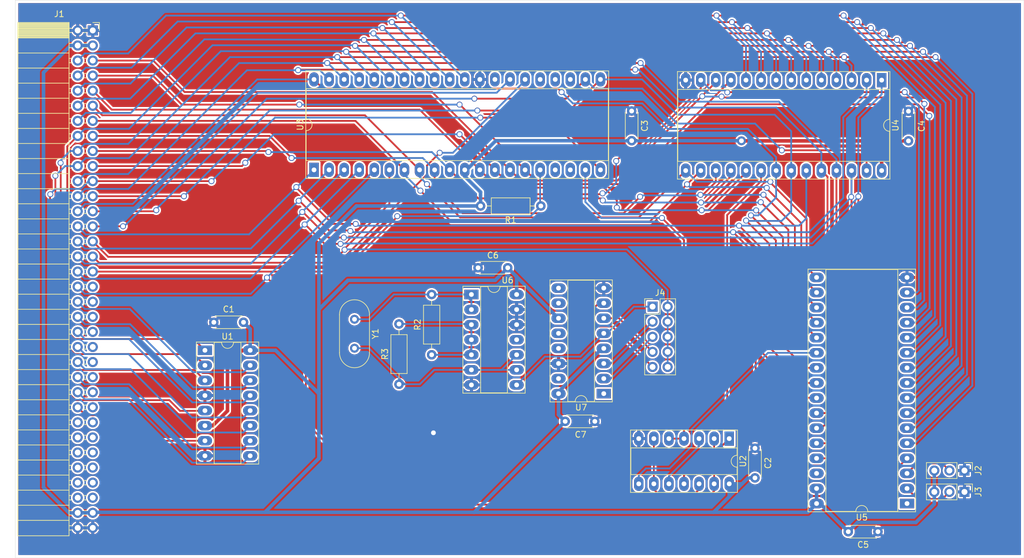
<source format=kicad_pcb>
(kicad_pcb (version 20240108) (generator "pcbnew") (generator_version "8.0")
  (title_block (title "ZComputer - Main Board") (date "2024-06-30") (rev "v0.2") (company "Maxime Chretien") (comment 1 "mchretien@linuxmail.org"))
  (layers (0 "F.Cu" signal) (31 "B.Cu" signal) (34 "B.Paste" user) (35 "F.Paste" user) (36 "B.SilkS" user "B.Silkscreen") (37 "F.SilkS" user "F.Silkscreen") (38 "B.Mask" user) (39 "F.Mask" user) (44 "Edge.Cuts" user))
  (net 0 "")
  (net 1 "/VCC")
  (net 2 "/GND")
  (net 3 "/D3")
  (net 4 "/RD#")
  (net 5 "/USR2#")
  (net 6 "/EN#3")
  (net 7 "/INT7#")
  (net 8 "/A6")
  (net 9 "/A5")
  (net 10 "/A9")
  (net 11 "/A7")
  (net 12 "/A8")
  (net 13 "/USR4#")
  (net 14 "/INT0#")
  (net 15 "/INT10#")
  (net 16 "/INT3#")
  (net 17 "/D1")
  (net 18 "/INT4#")
  (net 19 "/INT12#")
  (net 20 "/USR1#")
  (net 21 "/A13")
  (net 22 "/A3")
  (net 23 "/INT#")
  (net 24 "/EN#2")
  (net 25 "/D5")
  (net 26 "/INT1#")
  (net 27 "/EN#4")
  (net 28 "/A15")
  (net 29 "/A11")
  (net 30 "/A10")
  (net 31 "/INT8#")
  (net 32 "/INT5#")
  (net 33 "/USR3#")
  (net 34 "/A1")
  (net 35 "/EN#0")
  (net 36 "/A12")
  (net 37 "/D2")
  (net 38 "/INT2#")
  (net 39 "/EN#6")
  (net 40 "/USR6#")
  (net 41 "/M1#")
  (net 42 "/WR#")
  (net 43 "/D0")
  (net 44 "/EN#5")
  (net 45 "/A2")
  (net 46 "/D6")
  (net 47 "/INT11#")
  (net 48 "/D7")
  (net 49 "/RESET#")
  (net 50 "/USR0#")
  (net 51 "/A14")
  (net 52 "/D4")
  (net 53 "/INT9#")
  (net 54 "/A4")
  (net 55 "/A0")
  (net 56 "/EN#1")
  (net 57 "/IOREQ#")
  (net 58 "/USR5#")
  (net 59 "/IEO_CTC")
  (net 60 "/CLK")
  (net 61 "/EN#7")
  (net 62 "/INT6#")
  (net 63 "Net-(J2-Pin_2)")
  (net 64 "Net-(J3-Pin_2)")
  (net 65 "/Clock Generator/375kHzCLK")
  (net 66 "/Clock Generator/6.0MHzCLK")
  (net 67 "/Clock Generator/3.0MHzCLK")
  (net 68 "/Clock Generator/1.5MHzCLK")
  (net 69 "/Clock Generator/750kHzCLK")
  (net 70 "Net-(R2-Pad2)")
  (net 71 "Net-(R2-Pad1)")
  (net 72 "Net-(R3-Pad1)")
  (net 73 "Net-(U2-Pad12)")
  (net 74 "/Main System/RAM_CE#")
  (net 75 "/Main System/MREQ#")
  (net 76 "Net-(U2-Pad10)")
  (net 77 "/Main System/ROM_CE#")
  (footprint "Resistor_THT:R_Axial_DIN0207_L6.3mm_D2.5mm_P10.16mm_Horizontal" (layer "F.Cu") (at 123.2 70.08 180)
    (property "Reference" "R1")
    (property "Value" "10k")
  )
  (footprint "Package_DIP:DIP-16_W7.62mm_Socket_LongPads" (layer "F.Cu") (at 66.6 94.4)
    (property "Reference" "U1")
    (property "Value" "74HC137")
  )
  (footprint "Package_DIP:DIP-40_W15.24mm_Socket_LongPads" (layer "F.Cu") (at 84.98 64 90)
    (property "Reference" "U3")
    (property "Value" "Z80CPU")
  )
  (footprint "Capacitor_THT:C_Disc_D4.3mm_W1.9mm_P5.00mm" (layer "F.Cu") (at 180 124.96 180)
    (property "Reference" "C5")
    (property "Value" "100n")
  )
  (footprint "Resistor_THT:R_Axial_DIN0207_L6.3mm_D2.5mm_P10.16mm_Horizontal" (layer "F.Cu") (at 104.8 95.155 90)
    (property "Reference" "R2")
    (property "Value" "1k")
  )
  (footprint "Capacitor_THT:C_Disc_D4.3mm_W1.9mm_P5.00mm" (layer "F.Cu") (at 138.5 54.08 -90)
    (property "Reference" "C3")
    (property "Value" "100n")
  )
  (footprint "Package_DIP:DIP-14_W7.62mm_Socket_LongPads" (layer "F.Cu") (at 154.94 109.28 -90)
    (property "Reference" "U2")
    (property "Value" "74HC00")
  )
  (footprint "Package_DIP:DIP-28_W15.24mm_Socket_LongPads" (layer "F.Cu") (at 180.625 48.875 -90)
    (property "Reference" "U4")
    (property "Value" "AS6C62256")
  )
  (footprint "Capacitor_THT:C_Disc_D4.3mm_W1.9mm_P5.00mm" (layer "F.Cu") (at 127.3 106.375)
    (property "Reference" "C7")
    (property "Value" "100n")
  )
  (footprint "Capacitor_THT:C_Disc_D4.3mm_W1.9mm_P5.00mm" (layer "F.Cu") (at 159.28 110.9 -90)
    (property "Reference" "C2")
    (property "Value" "100n")
  )
  (footprint "Connector_PinHeader_2.54mm:PinHeader_1x03_P2.54mm_Vertical" (layer "F.Cu") (at 194.58 114.66 -90)
    (property "Reference" "J2")
    (property "Value" "ROM_A15")
  )
  (footprint "Crystal:Crystal_HC49-4H_Vertical" (layer "F.Cu") (at 91.8 89.17 -90)
    (property "Reference" "Y1")
    (property "Value" "6.0 MHz Crystal")
  )
  (footprint "Capacitor_THT:C_Disc_D4.3mm_W1.9mm_P5.00mm" (layer "F.Cu") (at 117.62 80.495 180)
    (property "Reference" "C6")
    (property "Value" "100n")
  )
  (footprint "Package_DIP:DIP-16_W7.62mm_Socket_LongPads" (layer "F.Cu") (at 133.8 101.7 180)
    (property "Reference" "U7")
    (property "Value" "74HC193")
  )
  (footprint "Connector_PinHeader_2.54mm:PinHeader_1x03_P2.54mm_Vertical" (layer "F.Cu") (at 194.58 118.26 -90)
    (property "Reference" "J3")
    (property "Value" "ROM_A16")
  )
  (footprint "Package_DIP:DIP-32_W15.24mm_Socket_LongPads" (layer "F.Cu") (at 184.9 120.22 180)
    (property "Reference" "U5")
    (property "Value" "SST39SF010")
  )
  (footprint "Resistor_THT:R_Axial_DIN0207_L6.3mm_D2.5mm_P10.16mm_Horizontal" (layer "F.Cu") (at 99.3 100.12 90)
    (property "Reference" "R3")
    (property "Value" "1k")
  )
  (footprint "Package_DIP:DIP-14_W7.62mm_Socket_LongPads" (layer "F.Cu") (at 111.5 84.995)
    (property "Reference" "U6")
    (property "Value" "74HC00")
  )
  (footprint "Connector_PinHeader_2.54mm:PinHeader_2x05_P2.54mm_Vertical" (layer "F.Cu") (at 142.025 87.045)
    (property "Reference" "J4")
    (property "Value" "CLK_SELECT")
  )
  (footprint "Connector_PinSocket_2.54mm:PinSocket_2x34_P2.54mm_Horizontal" (layer "F.Cu") (at 47.7 40.5)
    (property "Reference" "J1")
    (property "Value" "Board to board connector")
  )
  (footprint "Capacitor_THT:C_Disc_D4.3mm_W1.9mm_P5.00mm" (layer "F.Cu") (at 185.145 54.115 -90)
    (property "Reference" "C4")
    (property "Value" "100n")
  )
  (footprint "Capacitor_THT:C_Disc_D4.3mm_W1.9mm_P5.00mm" (layer "F.Cu") (at 68.1 89.68)
    (property "Reference" "C1")
    (property "Value" "100n")
  )
  (gr_rect (start 34.65 35.4) (end 204.6 129.4) (stroke (width 0.05)) (fill none) (layer "Edge.Cuts"))
  (segment (start 180.625 62.44) (end 177.3 59.115) (width 0.6) (layer "F.Cu") (net 1))
  (segment (start 177.3 59.115) (end 157.015 59.115) (width 0.6) (layer "F.Cu") (net 1))
  (segment (start 72.9 94.4) (end 70.4 96.9) (width 0.6) (layer "F.Cu") (net 1))
  (segment (start 67.9 107.1) (end 66.6 107.1) (width 0.6) (layer "F.Cu") (net 1))
  (segment (start 180.625 62.44) (end 180.625 64.115) (width 0.6) (layer "F.Cu") (net 1))
  (segment (start 185.145 59.115) (end 183.95 59.115) (width 0.6) (layer "F.Cu") (net 1))
  (segment (start 70.4 104.6) (end 67.9 107.1) (width 0.6) (layer "F.Cu") (net 1))
  (segment (start 157.015 59.115) (end 157 59.1) (width 0.6) (layer "F.Cu") (net 1))
  (segment (start 183.95 59.115) (end 180.625 62.44) (width 0.6) (layer "F.Cu") (net 1))
  (segment (start 74.22 94.4) (end 72.9 94.4) (width 0.6) (layer "F.Cu") (net 1))
  (segment (start 70.4 96.9) (end 70.4 104.6) (width 0.6) (layer "F.Cu") (net 1))
  (via (at 157 59.1) (size 1.5) (drill 0.8) (layers "F.Cu" "B.Cu") (net 1))
  (segment (start 45.14 121.8) (end 43.7 121.8) (width 0.6) (layer "B.Cu") (net 1))
  (segment (start 90.7 82.6) (end 85.8 87.5) (width 0.6) (layer "B.Cu") (net 1))
  (segment (start 39.4 117.5) (end 39.4 47.6) (width 0.6) (layer "B.Cu") (net 1))
  (segment (start 113.04 67.74) (end 110.38 65.08) (width 0.6) (layer "B.Cu") (net 1))
  (segment (start 170.26 120.22) (end 175 124.96) (width 0.6) (layer "B.Cu") (net 1))
  (segment (start 74.22 94.4) (end 74.22 90.8) (width 0.6) (layer "B.Cu") (net 1))
  (segment (start 110.38 64) (end 110.38 65.08) (width 0.6) (layer "B.Cu") (net 1))
  (segment (start 119.12 84.995) (end 119.12 81.995) (width 0.6) (layer "B.Cu") (net 1))
  (segment (start 85.8 101.7) (end 85.8 87.5) (width 0.6) (layer "B.Cu") (net 1))
  (segment (start 158.1 115.9) (end 159.28 115.9) (width 0.6) (layer "B.Cu") (net 1))
  (segment (start 189.5 114.66) (end 189.5 118.26) (width 0.6) (layer "B.Cu") (net 1))
  (segment (start 117.62 80.495) (end 115.515 82.6) (width 0.6) (layer "B.Cu") (net 1))
  (segment (start 176.56 123.4) (end 186.4 123.4) (width 0.6) (layer "B.Cu") (net 1))
  (segment (start 85.8 112.6) (end 85.8 101.7) (width 0.6) (layer "B.Cu") (net 1))
  (segment (start 85.8 87.5) (end 85.8 76.4) (width 0.6) (layer "B.Cu") (net 1))
  (segment (start 156.98 59.08) (end 157 59.1) (width 0.6) (layer "B.Cu") (net 1))
  (segment (start 133.498478 94.08) (end 126.18 101.398478) (width 0.6) (layer "B.Cu") (net 1))
  (segment (start 175 124.96) (end 176.56 123.4) (width 0.6) (layer "B.Cu") (net 1))
  (segment (start 111.9 121.7) (end 152.3 121.7) (width 0.6) (layer "B.Cu") (net 1))
  (segment (start 47.7 121.78) (end 47.78 121.7) (width 0.6) (layer "B.Cu") (net 1))
  (segment (start 74.22 90.8) (end 73.1 89.68) (width 0.6) (layer "B.Cu") (net 1))
  (segment (start 138.5 59.08) (end 115.601522 59.08) (width 0.6) (layer "B.Cu") (net 1))
  (segment (start 154.94 118.3) (end 154.94 119.06) (width 0.6) (layer "B.Cu") (net 1))
  (segment (start 85.8 76.4) (end 92.12 70.08) (width 0.6) (layer "B.Cu") (net 1))
  (segment (start 39.4 47.6) (end 43.96 43.04) (width 0.6) (layer "B.Cu") (net 1))
  (segment (start 119.12 81.995) (end 119.0125 81.8875) (width 0.6) (layer "B.Cu") (net 1))
  (segment (start 43.7 121.8) (end 39.4 117.5) (width 0.6) (layer "B.Cu") (net 1))
  (segment (start 156.2 116.9) (end 156.2 117.04) (width 0.6) (layer "B.Cu") (net 1))
  (segment (start 126.125 89) (end 126.18 89) (width 0.6) (layer "B.Cu") (net 1))
  (segment (start 113.04 70.08) (end 113.04 67.74) (width 0.6) (layer "B.Cu") (net 1))
  (segment (start 152.3 121.7) (end 168.18 121.7) (width 0.6) (layer "B.Cu") (net 1))
  (segment (start 47.78 121.7) (end 111.9 121.7) (width 0.6) (layer "B.Cu") (net 1))
  (segment (start 168.18 121.7) (end 169.66 120.22) (width 0.6) (layer "B.Cu") (net 1))
  (segment (start 117.62 80.495) (end 119.0125 81.8875) (width 0.6) (layer "B.Cu") (net 1))
  (segment (start 154.94 116.9) (end 154.94 118.3) (width 0.6) (layer "B.Cu") (net 1))
  (segment (start 133.8 94.08) (end 133.498478 94.08) (width 0.6) (layer "B.Cu") (net 1))
  (segment (start 74.22 94.4) (end 78.5 94.4) (width 0.6) (layer "B.Cu") (net 1))
  (segment (start 115.515 82.6) (end 90.7 82.6) (width 0.6) (layer "B.Cu") (net 1))
  (segment (start 156.2 116.9) (end 157.1 116.9) (width 0.6) (layer "B.Cu") (net 1))
  (segment (start 170.425 120.22) (end 169.66 120.22) (width 0.6) (layer "B.Cu") (net 1))
  (segment (start 45.16 121.78) (end 45.14 121.8) (width 0.6) (layer "B.Cu") (net 1))
  (segment (start 126.18 105.255) (end 127.3 106.375) (width 0.6) (layer "B.Cu") (net 1))
  (segment (start 155.57 117.67) (end 154.94 118.3) (width 0.6) (layer "B.Cu") (net 1))
  (segment (start 126.18 101.7) (end 126.18 105.255) (width 0.6) (layer "B.Cu") (net 1))
  (segment (start 78.5 94.4) (end 85.8 101.7) (width 0.6) (layer "B.Cu") (net 1))
  (segment (start 154.94 116.9) (end 156.2 116.9) (width 0.6) (layer "B.Cu") (net 1))
  (segment (start 43.96 43.04) (end 45.16 43.04) (width 0.6) (layer "B.Cu") (net 1))
  (segment (start 119.3 84.815) (end 119.12 84.995) (width 0.3) (layer "B.Cu") (net 1))
  (segment (start 76.7 121.7) (end 85.8 112.6) (width 0.6) (layer "B.Cu") (net 1))
  (segment (start 157.1 116.9) (end 158.1 115.9) (width 0.6) (layer "B.Cu") (net 1))
  (segment (start 154.94 119.06) (end 157.1 116.9) (width 0.6) (layer "B.Cu") (net 1))
  (segment (start 119.0125 81.8875) (end 126.125 89) (width 0.6) (layer "B.Cu") (net 1))
  (segment (start 154.94 119.06) (end 152.3 121.7) (width 0.6) (layer "B.Cu") (net 1))
  (segment (start 189.5 120.3) (end 189.5 118.26) (width 0.6) (layer "B.Cu") (net 1))
  (segment (start 111.975 121.7) (end 111.9 121.7) (width 0.6) (layer "B.Cu") (net 1))
  (segment (start 126.18 101.398478) (end 126.18 101.7) (width 0.6) (layer "B.Cu") (net 1))
  (segment (start 156.2 117.04) (end 155.57 117.67) (width 0.6) (layer "B.Cu") (net 1))
  (segment (start 127.3 106.375) (end 111.975 121.7) (width 0.6) (layer "B.Cu") (net 1))
  (segment (start 169.66 120.22) (end 170.26 120.22) (width 0.6) (layer "B.Cu") (net 1))
  (segment (start 92.12 70.08) (end 113.04 70.08) (width 0.6) (layer "B.Cu") (net 1))
  (segment (start 45.16 121.78) (end 47.7 121.78) (width 0.6) (layer "B.Cu") (net 1))
  (segment (start 115.601522 59.08) (end 110.681522 64) (width 0.6) (layer "B.Cu") (net 1))
  (segment (start 169.66 120.22) (end 169.66 117.68) (width 0.6) (layer "B.Cu") (net 1))
  (segment (start 154.94 116.9) (end 154.94 117.04) (width 0.6) (layer "B.Cu") (net 1))
  (segment (start 110.681522 64) (end 110.38 64) (width 0.6) (layer "B.Cu") (net 1))
  (segment (start 154.94 117.04) (end 155.57 117.67) (width 0.6) (layer "B.Cu") (net 1))
  (segment (start 47.7 43.04) (end 45.16 43.04) (width 0.6) (layer "B.Cu") (net 1))
  (segment (start 138.5 59.08) (end 156.98 59.08) (width 0.6) (layer "B.Cu") (net 1))
  (segment (start 186.4 123.4) (end 189.5 120.3) (width 0.6) (layer "B.Cu") (net 1))
  (via (at 105.1 108.3) (size 1.5) (drill 0.8) (layers "F.Cu" "B.Cu") (net 2))
  (segment (start 93.56 54.8) (end 102.76 64) (width 0.3) (layer "F.Cu") (net 3))
  (segment (start 147.605 64.115) (end 139.72 72) (width 0.3) (layer "F.Cu") (net 3))
  (segment (start 47.7 53.2) (end 49.3 54.8) (width 0.3) (layer "F.Cu") (net 3))
  (segment (start 109.6 72) (end 104 66.4) (width 0.3) (layer "F.Cu") (net 3))
  (segment (start 167.985918 72.254155) (end 167.985918 80.445918) (width 0.3) (layer "F.Cu") (net 3))
  (segment (start 161.873052 66.004794) (end 161.873052 66.141289) (width 0.3) (layer "F.Cu") (net 3))
  (segment (start 167.985918 80.445918) (end 169.66 82.12) (width 0.3) (layer "F.Cu") (net 3))
  (segment (start 139.72 72) (end 109.6 72) (width 0.3) (layer "F.Cu") (net 3))
  (segment (start 161.873052 66.141289) (end 167.985918 72.254155) (width 0.3) (layer "F.Cu") (net 3))
  (segment (start 49.3 54.8) (end 93.56 54.8) (width 0.3) (layer "F.Cu") (net 3))
  (via (at 104 66.4) (size 1) (drill 0.7) (layers "F.Cu" "B.Cu") (net 3))
  (via (at 161.873052 66.004794) (size 1) (drill 0.7) (layers "F.Cu" "B.Cu") (net 3))
  (segment (start 102.76 65.16) (end 104 66.4) (width 0.3) (layer "B.Cu") (net 3))
  (segment (start 149.49 66) (end 147.605 64.115) (width 0.3) (layer "B.Cu") (net 3))
  (segment (start 102.76 64) (end 102.76 65.16) (width 0.3) (layer "B.Cu") (net 3))
  (segment (start 161.868258 66) (end 149.49 66) (width 0.3) (layer "B.Cu") (net 3))
  (segment (start 161.873052 66.004794) (end 161.868258 66) (width 0.3) (layer "B.Cu") (net 3))
  (segment (start 133.24 48.76) (end 128 54) (width 0.3) (layer "F.Cu") (net 4))
  (segment (start 161.7 93.9) (end 167.7 99.9) (width 0.3) (layer "F.Cu") (net 4))
  (segment (start 117.5 54) (end 112.5 54) (width 0.3) (layer "F.Cu") (net 4))
  (segment (start 157.785877 72.55) (end 161.7 76.464123) (width 0.3) (layer "F.Cu") (net 4))
  (segment (start 63.06 68.44) (end 47.7 68.44) (width 0.3) (layer "F.Cu") (net 4))
  (segment (start 128 54) (end 117.5 54) (width 0.3) (layer "F.Cu") (net 4))
  (segment (start 161.7 76.464123) (end 161.7 93.9) (width 0.3) (layer "F.Cu") (net 4))
  (segment (start 167.7 99.9) (end 169.66 99.9) (width 0.3) (layer "F.Cu") (net 4))
  (via (at 63.06 68.44) (size 1) (drill 0.7) (layers "F.Cu" "B.Cu") (net 4))
  (via (at 157.785877 72.55) (size 1) (drill 0.7) (layers "F.Cu" "B.Cu") (net 4))
  (via (at 112.5 54) (size 1) (drill 0.7) (layers "F.Cu" "B.Cu") (net 4))
  (segment (start 140.26 48.76) (end 146.2 54.7) (width 0.3) (layer "B.Cu") (net 4))
  (segment (start 157.785877 72.55) (end 157.835877 72.6) (width 0.3) (layer "B.Cu") (net 4))
  (segment (start 133.24 48.76) (end 140.26 48.76) (width 0.3) (layer "B.Cu") (net 4))
  (segment (start 162.6 54.7) (end 165.385 57.485) (width 0.3) (layer "B.Cu") (net 4))
  (segment (start 77.5 54) (end 112.5 54) (width 0.3) (layer "B.Cu") (net 4))
  (segment (start 157.835877 72.6) (end 163.77 72.6) (width 0.3) (layer "B.Cu") (net 4))
  (segment (start 165.385 57.485) (end 165.385 64.115) (width 0.3) (layer "B.Cu") (net 4))
  (segment (start 165.385 70.985) (end 165.385 64.115) (width 0.3) (layer "B.Cu") (net 4))
  (segment (start 63.06 68.44) (end 77.5 54) (width 0.3) (layer "B.Cu") (net 4))
  (segment (start 146.2 54.7) (end 162.6 54.7) (width 0.3) (layer "B.Cu") (net 4))
  (segment (start 163.77 72.6) (end 165.385 70.985) (width 0.3) (layer "B.Cu") (net 4))
  (segment (start 73.07 105.71) (end 64.41 105.71) (width 0.3) (layer "B.Cu") (net 6))
  (segment (start 74.22 104.56) (end 73.07 105.71) (width 0.3) (layer "B.Cu") (net 6))
  (segment (start 46.36 95.04) (end 45.16 93.84) (width 0.3) (layer "B.Cu") (net 6))
  (segment (start 53.74 95.04) (end 46.36 95.04) (width 0.3) (layer "B.Cu") (net 6))
  (segment (start 64.41 105.71) (end 53.74 95.04) (width 0.3) (layer "B.Cu") (net 6))
  (segment (start 64.7 95.04) (end 66.6 96.94) (width 0.3) (layer "F.Cu") (net 8))
  (segment (start 42.279153 62.818764) (end 42.3 62.839611) (width 0.3) (layer "F.Cu") (net 8))
  (segment (start 187.6 44.1) (end 187.601041 44.098959) (width 0.3) (layer "F.Cu") (net 8))
  (segment (start 171.7 44.1) (end 187.6 44.1) (width 0.3) (layer "F.Cu") (net 8))
  (segment (start 42.3 62.839611) (end 42.3 92.677057) (width 0.3) (layer "F.Cu") (net 8))
  (segment (start 42.3 92.677057) (end 44.662943 95.04) (width 0.3) (layer "F.Cu") (net 8))
  (segment (start 44.662943 95.04) (end 64.7 95.04) (width 0.3) (layer "F.Cu") (net 8))
  (segment (start 90.4 44.1) (end 171.7 44.1) (width 0.3) (layer "F.Cu") (net 8))
  (segment (start 187.601041 44.098959) (end 187.602082 44.1) (width 0.3) (layer "F.Cu") (net 8))
  (via (at 42.279153 62.818764) (size 1) (drill 0.7) (layers "F.Cu" "B.Cu") (net 8))
  (via (at 187.601041 44.098959) (size 1) (drill 0.7) (layers "F.Cu" "B.Cu") (net 8))
  (via (at 171.7 44.1) (size 1) (drill 0.7) (layers "F.Cu" "B.Cu") (net 8))
  (via (at 90.4 44.1) (size 1) (drill 0.7) (layers "F.Cu" "B.Cu") (net 8))
  (segment (start 173.005 48.875) (end 173.005 45.505) (width 0.3) (layer "B.Cu") (net 8))
  (segment (start 90.4 44.1) (end 90.4 44.02) (width 0.3) (layer "B.Cu") (net 8))
  (segment (start 195 51.497918) (end 187.601041 44.098959) (width 0.3) (layer "B.Cu") (net 8))
  (segment (start 46.36 59.62) (end 45.16 60.82) (width 0.3) (layer "B.Cu") (net 8))
  (segment (start 90.4 44.02) (end 90.38 44) (width 0.3) (layer "B.Cu") (net 8))
  (segment (start 173.005 45.505) (end 171.6 44.1) (width 0.3) (layer "B.Cu") (net 8))
  (segment (start 42.279153 62.818764) (end 42.279153 62.420847) (width 0.3) (layer "B.Cu") (net 8))
  (segment (start 184.9 107.52) (end 185.98 107.52) (width 0.3) (layer "B.Cu") (net 8))
  (segment (start 90.48 44.1) (end 90.4 44.1) (width 0.3) (layer "B.Cu") (net 8))
  (segment (start 43.88 60.82) (end 45.16 60.82) (width 0.3) (layer "B.Cu") (net 8))
  (segment (start 185.98 107.52) (end 195 98.5) (width 0.3) (layer "B.Cu") (net 8))
  (segment (start 69.277057 44) (end 53.657057 59.62) (width 0.3) (layer "B.Cu") (net 8))
  (segment (start 195 98.5) (end 195 51.497918) (width 0.3) (layer "B.Cu") (net 8))
  (segment (start 53.657057 59.62) (end 46.36 59.62) (width 0.3) (layer "B.Cu") (net 8))
  (segment (start 90.38 44) (end 69.277057 44) (width 0.3) (layer "B.Cu") (net 8))
  (segment (start 95.14 48.76) (end 90.48 44.1) (width 0.3) (layer "B.Cu") (net 8))
  (segment (start 42.279153 62.420847) (end 43.88 60.82) (width 0.3) (layer "B.Cu") (net 8))
  (segment (start 64.7 92.5) (end 44.662943 92.5) (width 0.3) (layer "F.Cu") (net 9))
  (segment (start 43.96 91.797057) (end 43.96 91.76) (width 0.3) (layer "F.Cu") (net 9))
  (segment (start 43.4 91.2) (end 43.4 60.04) (width 0.3) (layer "F.Cu") (net 9))
  (segment (start 185.401041 43.098959) (end 185.402082 43.1) (width 0.3) (layer "F.Cu") (net 9))
  (segment (start 168.3 43.1) (end 185.4 43.1) (width 0.3) (layer "F.Cu") (net 9))
  (segment (start 43.4 60.04) (end 45.16 58.28) (width 0.3) (layer "F.Cu") (net 9))
  (segment (start 185.4 43.1) (end 185.401041 43.098959) (width 0.3) (layer "F.Cu") (net 9))
  (segment (start 91.9 43.1) (end 168.3 43.1) (width 0.3) (layer "F.Cu") (net 9))
  (segment (start 66.6 94.4) (end 64.7 92.5) (width 0.3) (layer "F.Cu") (net 9))
  (segment (start 44.662943 92.5) (end 43.96 91.797057) (width 0.3) (layer "F.Cu") (net 9))
  (segment (start 43.96 91.76) (end 43.4 91.2) (width 0.3) (layer "F.Cu") (net 9))
  (via (at 185.401041 43.098959) (size 1) (drill 0.7) (layers "F.Cu" "B.Cu") (net 9))
  (via (at 91.9 43.1) (size 1) (drill 0.7) (layers "F.Cu" "B.Cu") (net 9))
  (via (at 168.3 43.1) (size 1) (drill 0.7) (layers "F.Cu" "B.Cu") (net 9))
  (segment (start 67.877057 43) (end 53.797057 57.08) (width 0.3) (layer "B.Cu") (net 9))
  (segment (start 91.9 43.1) (end 91.9 42.98) (width 0.3) (layer "B.Cu") (net 9))
  (segment (start 168.45 43.25) (end 170.465 45.265) (width 0.3) (layer "B.Cu") (net 9))
  (segment (start 184.9 104.98) (end 186.12 104.98) (width 0.3) (layer "B.Cu") (net 9))
  (segment (start 97.68 48.76) (end 92.02 43.1) (width 0.3) (layer "B.Cu") (net 9))
  (segment (start 186.12 104.98) (end 194.1 97) (width 0.3) (layer "B.Cu") (net 9))
  (segment (start 168.4 43.25) (end 168.45 43.25) (width 0.3) (layer "B.Cu") (net 9))
  (segment (start 92.02 43.1) (end 91.9 43.1) (width 0.3) (layer "B.Cu") (net 9))
  (segment (start 46.36 57.08) (end 45.16 58.28) (width 0.3) (layer "B.Cu") (net 9))
  (segment (start 91.92 43) (end 67.877057 43) (width 0.3) (layer "B.Cu") (net 9))
  (segment (start 170.465 45.265) (end 170.465 48.875) (width 0.3) (layer "B.Cu") (net 9))
  (segment (start 194.1 51.8) (end 185.401041 43.101041) (width 0.3) (layer "B.Cu") (net 9))
  (segment (start 185.401041 43.101041) (end 185.401041 43.098959) (width 0.3) (layer "B.Cu") (net 9))
  (segment (start 53.797057 57.08) (end 46.36 57.08) (width 0.3) (layer "B.Cu") (net 9))
  (segment (start 194.1 97) (end 194.1 51.8) (width 0.3) (layer "B.Cu") (net 9))
  (segment (start 91.9 42.98) (end 91.92 43) (width 0.3) (layer "B.Cu") (net 9))
  (segment (start 171.5 65.15) (end 170.465 64.115) (width 0.3) (layer "F.Cu") (net 10))
  (segment (start 169.66 104.98) (end 171.12 104.98) (width 0.3) (layer "F.Cu") (net 10))
  (segment (start 171.12 104.98) (end 171.5 104.6) (width 0.3) (layer "F.Cu") (net 10))
  (segment (start 82.4 47.1) (end 82.3 47.2) (width 0.3) (layer "F.Cu") (net 10))
  (segment (start 139.1 47.1) (end 82.4 47.1) (width 0.3) (layer "F.Cu") (net 10))
  (segment (start 171.5 104.6) (end 171.5 65.15) (width 0.3) (layer "F.Cu") (net 10))
  (via (at 139.1 47.1) (size 1) (drill 0.7) (layers "F.Cu" "B.Cu") (net 10))
  (via (at 82.3 47.2) (size 1) (drill 0.7) (layers "F.Cu" "B.Cu") (net 10))
  (segment (start 85.97 47.21) (end 82.31 47.21) (width 0.3) (layer "B.Cu") (net 10))
  (segment (start 82.31 47.21) (end 82.3 47.2) (width 0.3) (layer "B.Cu") (net 10))
  (segment (start 53.697057 67.2) (end 46.4 67.2) (width 0.3) (layer "B.Cu") (net 10))
  (segment (start 139.7 47.1) (end 139.1 47.1) (width 0.3) (layer "B.Cu") (net 10))
  (segment (start 162.9 53.5) (end 146.1 53.5) (width 0.3) (layer "B.Cu") (net 10))
  (segment (start 146.1 53.5) (end 139.7 47.1) (width 0.3) (layer "B.Cu") (net 10))
  (segment (start 82.3 47.2) (end 82.29 47.21) (width 0.3) (layer "B.Cu") (net 10))
  (segment (start 73.687057 47.21) (end 53.697057 67.2) (width 0.3) (layer "B.Cu") (net 10))
  (segment (start 170.465 64.115) (end 170.465 61.065) (width 0.3) (layer "B.Cu") (net 10))
  (segment (start 170.465 61.065) (end 167.4 58) (width 0.3) (layer "B.Cu") (net 10))
  (segment (start 82.29 47.21) (end 73.687057 47.21) (width 0.3) (layer "B.Cu") (net 10))
  (segment (start 87.52 48.76) (end 85.97 47.21) (width 0.3) (layer "B.Cu") (net 10))
  (segment (start 167.4 58) (end 162.9 53.5) (width 0.3) (layer "B.Cu") (net 10))
  (segment (start 46.4 67.2) (end 45.16 68.44) (width 0.3) (layer "B.Cu") (net 10))
  (segment (start 41.4 94.6) (end 44.52 97.72) (width 0.3) (layer "F.Cu") (net 11))
  (segment (start 189.7 45) (end 189.702082 44.997918) (width 0.3) (layer "F.Cu") (net 11))
  (segment (start 64.84 97.72) (end 66.6 99.48) (width 0.3) (layer "F.Cu") (net 11))
  (segment (start 88.9 45) (end 174.3 45) (width 0.3) (layer "F.Cu") (net 11))
  (segment (start 41.4 65) (end 41.4 94.6) (width 0.3) (layer "F.Cu") (net 11))
  (segment (start 189.702082 44.997918) (end 189.704164 45) (width 0.3) (layer "F.Cu") (net 11))
  (segment (start 174.3 45) (end 189.7 45) (width 0.3) (layer "F.Cu") (net 11))
  (segment (start 44.52 97.72) (end 64.84 97.72) (width 0.3) (layer "F.Cu") (net 11))
  (via (at 88.9 45) (size 1) (drill 0.7) (layers "F.Cu" "B.Cu") (net 11))
  (via (at 189.702082 44.997918) (size 1) (drill 0.7) (layers "F.Cu" "B.Cu") (net 11))
  (via (at 41.4 65) (size 1) (drill 0.7) (layers "F.Cu" "B.Cu") (net 11))
  (via (at 174.3 45) (size 1) (drill 0.7) (layers "F.Cu" "B.Cu") (net 11))
  (segment (start 88.9 45) (end 70.817057 45) (width 0.3) (layer "B.Cu") (net 11))
  (segment (start 43.04 63.36) (end 45.16 63.36) (width 0.3) (layer "B.Cu") (net 11))
  (segment (start 46.5 62.02) (end 45.16 63.36) (width 0.3) (layer "B.Cu") (net 11))
  (segment (start 88.9 45.06) (end 88.9 45) (width 0.3) (layer "B.Cu") (net 11))
  (segment (start 186.2 110.06) (end 195.9 100.36) (width 0.3) (layer "B.Cu") (net 11))
  (segment (start 195.9 51.195836) (end 189.702082 44.997918) (width 0.3) (layer "B.Cu") (net 11))
  (segment (start 184.9 110.06) (end 186.2 110.06) (width 0.3) (layer "B.Cu") (net 11))
  (segment (start 92.6 48.76) (end 88.9 45.06) (width 0.3) (layer "B.Cu") (net 11))
  (segment (start 175.545 46.445) (end 174.2 45.1) (width 0.3) (layer "B.Cu") (net 11))
  (segment (start 53.797057 62.02) (end 46.5 62.02) (width 0.3) (layer "B.Cu") (net 11))
  (segment (start 88.84 45) (end 88.84 45) (width 0.3) (layer "B.Cu") (net 11))
  (segment (start 41.4 65) (end 43.04 63.36) (width 0.3) (layer "B.Cu") (net 11))
  (segment (start 175.545 48.875) (end 175.545 46.445) (width 0.3) (layer "B.Cu") (net 11))
  (segment (start 195.9 100.36) (end 195.9 51.195836) (width 0.3) (layer "B.Cu") (net 11))
  (segment (start 70.817057 45) (end 53.797057 62.02) (width 0.3) (layer "B.Cu") (net 11))
  (segment (start 173.005 64.115) (end 173.005 104.995) (width 0.3) (layer "F.Cu") (net 12))
  (segment (start 87.2 46) (end 140 46) (width 0.3) (layer "F.Cu") (net 12))
  (segment (start 170.48 107.52) (end 169.66 107.52) (width 0.3) (layer "F.Cu") (net 12))
  (segment (start 173.005 104.995) (end 170.48 107.52) (width 0.3) (layer "F.Cu") (net 12))
  (via (at 87.2 46) (size 1) (drill 0.7) (layers "F.Cu" "B.Cu") (net 12))
  (via (at 140 46) (size 1) (drill 0.7) (layers "F.Cu" "B.Cu") (net 12))
  (segment (start 173.005 62.205) (end 163.3 52.5) (width 0.3) (layer "B.Cu") (net 12))
  (segment (start 173.005 64.115) (end 173.005 62.205) (width 0.3) (layer "B.Cu") (net 12))
  (segment (start 72.357057 46) (end 53.657057 64.7) (width 0.3) (layer "B.Cu") (net 12))
  (segment (start 90.06 48.76) (end 87.3 46) (width 0.3) (layer "B.Cu") (net 12))
  (segment (start 46.36 64.7) (end 45.16 65.9) (width 0.3) (layer "B.Cu") (net 12))
  (segment (start 87.3 46) (end 87.2 46) (width 0.3) (layer "B.Cu") (net 12))
  (segment (start 87.2 46) (end 72.357057 46) (width 0.3) (layer "B.Cu") (net 12))
  (segment (start 163.3 52.5) (end 146.5 52.5) (width 0.3) (layer "B.Cu") (net 12))
  (segment (start 53.657057 64.7) (end 46.36 64.7) (width 0.3) (layer "B.Cu") (net 12))
  (segment (start 146.5 52.5) (end 140.1 46.1) (width 0.3) (layer "B.Cu") (net 12))
  (segment (start 152.685 49.215) (end 150.4 51.5) (width 0.3) (layer "F.Cu") (net 17))
  (segment (start 150.4 51.6) (end 150.3 51.6) (width 0.3) (layer "F.Cu") (net 17))
  (segment (start 187.826041 52.873959) (end 186.752082 51.8) (width 0.3) (layer "F.Cu") (net 17))
  (segment (start 153.802081 51.8) (end 153.652081 51.65) (width 0.3) (layer "F.Cu") (net 17))
  (segment (start 122.34 65.8) (end 136.1 65.8) (width 0.3) (layer "F.Cu") (net 17))
  (segment (start 57.82 48.12) (end 47.7 48.12) (width 0.3) (layer "F.Cu") (net 17))
  (segment (start 150.4 51.5) (end 150.4 51.6) (width 0.3) (layer "F.Cu") (net 17))
  (segment (start 62.7 53) (end 57.82 48.12) (width 0.3) (layer "F.Cu") (net 17))
  (segment (start 186.752082 51.8) (end 153.802081 51.8) (width 0.3) (layer "F.Cu") (net 17))
  (segment (start 109.54 53) (end 109.5 53) (width 0.3) (layer "F.Cu") (net 17))
  (segment (start 82.5 53) (end 62.7 53) (width 0.3) (layer "F.Cu") (net 17))
  (segment (start 120.54 64) (end 122.34 65.8) (width 0.3) (layer "F.Cu") (net 17))
  (segment (start 152.685 48.875) (end 152.685 49.215) (width 0.3) (layer "F.Cu") (net 17))
  (segment (start 120.54 64) (end 109.54 53) (width 0.3) (layer "F.Cu") (net 17))
  (segment (start 150.3 51.6) (end 136.1 65.8) (width 0.3) (layer "F.Cu") (net 17))
  (via (at 187.826041 52.873959) (size 1) (drill 0.7) (layers "F.Cu" "B.Cu") (net 17))
  (via (at 150.4 51.6) (size 1) (drill 0.7) (layers "F.Cu" "B.Cu") (net 17))
  (via (at 109.5 53) (size 1) (drill 0.7) (layers "F.Cu" "B.Cu") (net 17))
  (via (at 153.652081 51.65) (size 1) (drill 0.7) (layers "F.Cu" "B.Cu") (net 17))
  (via (at 82.5 53) (size 1) (drill 0.7) (layers "F.Cu" "B.Cu") (net 17))
  (segment (start 184.9 87.2) (end 185.8 87.2) (width 0.3) (layer "B.Cu") (net 17))
  (segment (start 109.5 53) (end 82.5 53) (width 0.3) (layer "B.Cu") (net 17))
  (segment (start 186.6 87.2) (end 184.9 87.2) (width 0.3) (layer "B.Cu") (net 17))
  (segment (start 187.826041 53.073959) (end 187.8 53.1) (width 0.3) (layer "B.Cu") (net 17))
  (segment (start 187.8 86) (end 186.6 87.2) (width 0.3) (layer "B.Cu") (net 17))
  (segment (start 153.652081 51.65) (end 150.45 51.65) (width 0.3) (layer "B.Cu") (net 17))
  (segment (start 150.45 51.65) (end 150.4 51.6) (width 0.3) (layer "B.Cu") (net 17))
  (segment (start 187.826041 52.873959) (end 187.826041 53.073959) (width 0.3) (layer "B.Cu") (net 17))
  (segment (start 187.8 53.1) (end 187.8 86) (width 0.3) (layer "B.Cu") (net 17))
  (segment (start 87.4 75.4) (end 83.1 71.1) (width 0.3) (layer "F.Cu") (net 21))
  (segment (start 90 75.4) (end 87.4 75.4) (width 0.3) (layer "F.Cu") (net 21))
  (segment (start 175.545 106.355) (end 175.545 64.115) (width 0.3) (layer "F.Cu") (net 21))
  (segment (start 171.84 110.06) (end 175.545 106.355) (width 0.3) (layer "F.Cu") (net 21))
  (segment (start 169.66 110.06) (end 171.84 110.06) (width 0.3) (layer "F.Cu") (net 21))
  (via (at 90 75.4) (size 1) (drill 0.7) (layers "F.Cu" "B.Cu") (net 21))
  (via (at 175.496176 68.55184) (size 1) (drill 0.7) (layers "F.Cu" "B.Cu") (net 21))
  (via (at 83 71.1) (size 1) (drill 0.7) (layers "F.Cu" "B.Cu") (net 21))
  (segment (start 45.16 78.6) (end 46.36 79.8) (width 0.3) (layer "B.Cu") (net 21))
  (segment (start 168.7 75.4) (end 90 75.4) (width 0.3) (layer "B.Cu") (net 21))
  (segment (start 83 71.06) (end 83 71.1) (width 0.3) (layer "B.Cu") (net 21))
  (segment (start 175.496176 68.603824) (end 168.7 75.4) (width 0.3) (layer "B.Cu") (net 21))
  (segment (start 90.06 64) (end 83 71.06) (width 0.3) (layer "B.Cu") (net 21))
  (segment (start 175.496176 68.55184) (end 175.496176 68.603824) (width 0.3) (layer "B.Cu") (net 21))
  (segment (start 175.496176 68.55184) (end 175.545 68.503016) (width 0.3) (layer "B.Cu") (net 21))
  (segment (start 46.36 79.8) (end 74.3 79.8) (width 0.3) (layer "B.Cu") (net 21))
  (segment (start 175.545 68.503016) (end 175.545 64.115) (width 0.3) (layer "B.Cu") (net 21))
  (segment (start 74.3 79.8) (end 83 71.1) (width 0.3) (layer "B.Cu") (net 21))
  (segment (start 83 71.1) (end 82.96 71.1) (width 0.3) (layer "B.Cu") (net 21))
  (segment (start 95 41) (end 161.3 41) (width 0.3) (layer "F.Cu") (net 22))
  (segment (start 180.901041 40.998959) (end 180.902082 41) (width 0.3) (layer "F.Cu") (net 22))
  (segment (start 180.9 41) (end 180.901041 40.998959) (width 0.3) (layer "F.Cu") (net 22))
  (segment (start 161.3 41) (end 180.9 41) (width 0.3) (layer "F.Cu") (net 22))
  (via (at 161.3 41) (size 1) (drill 0.7) (layers "F.Cu" "B.Cu") (net 22))
  (via (at 180.901041 40.998959) (size 1) (drill 0.7) (layers "F.Cu" "B.Cu") (net 22))
  (via (at 95 41) (size 1) (drill 0.7) (layers "F.Cu" "B.Cu") (net 22))
  (segment (start 192.3 93.7) (end 192.3 52.4) (width 0.3) (layer "B.Cu") (net 22))
  (segment (start 192.3 52.4) (end 180.901041 41.001041) (width 0.3) (layer "B.Cu") (net 22))
  (segment (start 165.385 45.185) (end 161.2 41) (width 0.3) (layer "B.Cu") (net 22))
  (segment (start 95 41) (end 65 41) (width 0.3) (layer "B.Cu") (net 22))
  (segment (start 65 41) (end 54 52) (width 0.3) (layer "B.Cu") (net 22))
  (segment (start 186.1 99.9) (end 192.3 93.7) (width 0.3) (layer "B.Cu") (net 22))
  (segment (start 54 52) (end 46.36 52) (width 0.3) (layer "B.Cu") (net 22))
  (segment (start 184.9 99.9) (end 186.1 99.9) (width 0.3) (layer "B.Cu") (net 22))
  (segment (start 102.76 48.76) (end 95 41) (width 0.3) (layer "B.Cu") (net 22))
  (segment (start 180.901041 41.001041) (end 180.901041 40.998959) (width 0.3) (layer "B.Cu") (net 22))
  (segment (start 165.385 48.875) (end 165.385 45.185) (width 0.3) (layer "B.Cu") (net 22))
  (segment (start 46.36 52) (end 45.16 53.2) (width 0.3) (layer "B.Cu") (net 22))
  (segment (start 89.76 81.14) (end 99 71.9) (width 0.3) (layer "F.Cu") (net 23))
  (segment (start 47.7 81.14) (end 89.76 81.14) (width 0.3) (layer "F.Cu") (net 23))
  (segment (start 99 71.8) (end 99.1 71.8) (width 0.3) (layer "F.Cu") (net 23))
  (segment (start 99.1 71.8) (end 99.1 71.8) (width 0.3) (layer "F.Cu") (net 23))
  (segment (start 99 71.9) (end 99 71.8) (width 0.3) (layer "F.Cu") (net 23))
  (via (at 99 71.8) (size 1) (drill 0.7) (layers "F.Cu" "B.Cu") (net 23))
  (segment (start 123.08 64) (end 123.08 69.96) (width 0.3) (layer "B.Cu") (net 23))
  (segment (start 123.08 69.96) (end 123.2 70.08) (width 0.3) (layer "B.Cu") (net 23))
  (segment (start 121.48 71.8) (end 99.1 71.8) (width 0.3) (layer "B.Cu") (net 23))
  (segment (start 123.2 70.08) (end 121.48 71.8) (width 0.3) (layer "B.Cu") (net 23))
  (segment (start 74.22 102.02) (end 73.07 103.17) (width 0.3) (layer "B.Cu") (net 24))
  (segment (start 73.07 103.17) (end 64.47 103.17) (width 0.3) (layer "B.Cu") (net 24))
  (segment (start 64.47 103.17) (end 53.8 92.5) (width 0.3) (layer "B.Cu") (net 24))
  (segment (start 46.36 92.5) (end 45.16 91.3) (width 0.3) (layer "B.Cu") (net 24))
  (segment (start 53.8 92.5) (end 46.36 92.5) (width 0.3) (layer "B.Cu") (net 24))
  (segment (start 110 71.3) (end 105.3 66.6) (width 0.3) (layer "F.Cu") (net 25))
  (segment (start 160.71216 68.18784) (end 160.71216 68.181887) (width 0.3) (layer "F.Cu") (net 25))
  (segment (start 160.71216 68.187841) (end 166 73.475681) (width 0.3) (layer "F.Cu") (net 25))
  (segment (start 150.5 68.2) (end 152.685 66.015) (width 0.3) (layer "F.Cu") (net 25))
  (segment (start 152.685 66.015) (end 152.685 64.115) (width 0.3) (layer "F.Cu") (net 25))
  (segment (start 139.925 68.525) (end 137.15 71.3) (width 0.3) (layer "F.Cu") (net 25))
  (segment (start 77.48 58.28) (end 47.7 58.28) (width 0.3) (layer "F.Cu") (net 25))
  (segment (start 81.2 62) (end 77.48 58.28) (width 0.3) (layer "F.Cu") (net 25))
  (segment (start 137.15 71.3) (end 110 71.3) (width 0.3) (layer "F.Cu") (net 25))
  (segment (start 166 73.475681) (end 166 83.54) (width 0.3) (layer "F.Cu") (net 25))
  (segment (start 105.3 66.6) (end 105.3 64) (width 0.3) (layer "F.Cu") (net 25))
  (segment (start 166 83.54) (end 169.66 87.2) (width 0.3) (layer "F.Cu") (net 25))
  (segment (start 160.71216 68.18784) (end 160.71216 68.187841) (width 0.3) (layer "F.Cu") (net 25))
  (segment (start 150.1 68.2) (end 150.5 68.2) (width 0.3) (layer "F.Cu") (net 25))
  (segment (start 160.71216 68.181887) (end 160.530273 68) (width 0.3) (layer "F.Cu") (net 25))
  (via (at 160.71216 68.18784) (size 1) (drill 0.7) (layers "F.Cu" "B.Cu") (net 25))
  (via (at 139.925 68.525) (size 1) (drill 0.7) (layers "F.Cu" "B.Cu") (net 25))
  (via (at 150.1 68.2) (size 1) (drill 0.7) (layers "F.Cu" "B.Cu") (net 25))
  (via (at 81.2 62) (size 1) (drill 0.7) (layers "F.Cu" "B.Cu") (net 25))
  (segment (start 150 68.3) (end 150.1 68.2) (width 0.3) (layer "B.Cu") (net 25))
  (segment (start 160.71216 68.18784) (end 160.7 68.2) (width 0.3) (layer "B.Cu") (net 25))
  (segment (start 139.925 68.525) (end 140.15 68.3) (width 0.3) (layer "B.Cu") (net 25))
  (segment (start 160.7 68.2) (end 150.1 68.2) (width 0.3) (layer "B.Cu") (net 25))
  (segment (start 81.2 62) (end 103.3 62) (width 0.3) (layer "B.Cu") (net 25))
  (segment (start 103.3 62) (end 105.3 64) (width 0.3) (layer "B.Cu") (net 25))
  (segment (start 140.15 68.3) (end 150 68.3) (width 0.3) (layer "B.Cu") (net 25))
  (segment (start 74.22 107.1) (end 73.07 108.25) (width 0.3) (layer "B.Cu") (net 27))
  (segment (start 46.36 97.58) (end 45.16 96.38) (width 0.3) (layer "B.Cu") (net 27))
  (segment (start 64.75 108.25) (end 54.08 97.58) (width 0.3) (layer "B.Cu") (net 27))
  (segment (start 54.08 97.58) (end 46.36 97.58) (width 0.3) (layer "B.Cu") (net 27))
  (segment (start 73.07 108.25) (end 64.75 108.25) (width 0.3) (layer "B.Cu") (net 27))
  (segment (start 152.4 109.28) (end 152.4 111.82) (width 0.3) (layer "F.Cu") (net 28))
  (segment (start 97.4 120.4) (end 150.1 120.4) (width 0.3) (layer "F.Cu") (net 28))
  (segment (start 150.1 120.4) (end 152.4 118.1) (width 0.3) (layer "F.Cu") (net 28))
  (segment (start 83.6 106.6) (end 97.4 120.4) (width 0.3) (layer "F.Cu") (net 28))
  (segment (start 77.05 82.15) (end 83.6 88.7) (width 0.3) (layer "F.Cu") (net 28))
  (segment (start 152.4 116.9) (end 152.4 111.82) (width 0.3) (layer "F.Cu") (net 28))
  (segment (start 83.6 88.7) (end 83.6 106.6) (width 0.3) (layer "F.Cu") (net 28))
  (segment (start 152.4 118.1) (end 152.4 116.9) (width 0.3) (layer "F.Cu") (net 28))
  (segment (start 152.4 111.82) (end 154.94 109.28) (width 0.3) (layer "F.Cu") (net 28))
  (via (at 77.05 82.15) (size 1) (drill 0.7) (layers "F.Cu" "B.Cu") (net 28))
  (segment (start 46.36 84.88) (end 74.32 84.88) (width 0.3) (layer "B.Cu") (net 28))
  (segment (start 95.14 64.06) (end 95.14 64) (width 0.3) (layer "B.Cu") (net 28))
  (segment (start 45.16 83.68) (end 46.36 84.88) (width 0.3) (layer "B.Cu") (net 28))
  (segment (start 74.32 84.88) (end 95.14 64.06) (width 0.3) (layer "B.Cu") (net 28))
  (segment (start 169.14 102.44) (end 169.1 102.4) (width 0.3) (layer "F.Cu") (net 29))
  (segment (start 88.1 73.1) (end 82 67) (width 0.3) (layer "F.Cu") (net 29))
  (segment (start 92 73.1) (end 88.1 73.1) (width 0.3) (layer "F.Cu") (net 29))
  (segment (start 160.6 94.9) (end 160.6 77.4) (width 0.3) (layer "F.Cu") (net 29))
  (segment (start 168.1 102.4) (end 160.6 94.9) (width 0.3) (layer "F.Cu") (net 29))
  (segment (start 169.66 102.44) (end 169.14 102.44) (width 0.3) (layer "F.Cu") (net 29))
  (segment (start 169.1 102.4) (end 168.1 102.4) (width 0.3) (layer "F.Cu") (net 29))
  (segment (start 160.6 77.4) (end 156.6 73.4) (width 0.3) (layer "F.Cu") (net 29))
  (via (at 82 66.9) (size 1) (drill 0.7) (layers "F.Cu" "B.Cu") (net 29))
  (via (at 92 73.1) (size 1) (drill 0.7) (layers "F.Cu" "B.Cu") (net 29))
  (via (at 156.6 73.4) (size 1) (drill 0.7) (layers "F.Cu" "B.Cu") (net 29))
  (segment (start 82 66.9) (end 82 66.98) (width 0.3) (layer "B.Cu") (net 29))
  (segment (start 166.7 73.4) (end 156.6 73.4) (width 0.3) (layer "B.Cu") (net 29))
  (segment (start 156.6 73.4) (end 92.3 73.4) (width 0.3) (layer "B.Cu") (net 29))
  (segment (start 74.06 74.84) (end 82 66.9) (width 0.3) (layer "B.Cu") (net 29))
  (segment (start 74.06 74.86) (end 74.06 74.84) (width 0.3) (layer "B.Cu") (net 29))
  (segment (start 167.925 72.175) (end 166.7 73.4) (width 0.3) (layer "B.Cu") (net 29))
  (segment (start 82.08 66.9) (end 82 66.9) (width 0.3) (layer "B.Cu") (net 29))
  (segment (start 167.925 64.115) (end 167.925 72.175) (width 0.3) (layer "B.Cu") (net 29))
  (segment (start 92.3 73.4) (end 92 73.1) (width 0.3) (layer "B.Cu") (net 29))
  (segment (start 46.5 74.86) (end 74.06 74.86) (width 0.3) (layer "B.Cu") (net 29))
  (segment (start 45.16 73.52) (end 46.5 74.86) (width 0.3) (layer "B.Cu") (net 29))
  (segment (start 84.98 64) (end 82.08 66.9) (width 0.3) (layer "B.Cu") (net 29))
  (segment (start 162.8 92.4) (end 167.8 97.4) (width 0.3) (layer "F.Cu") (net 30))
  (segment (start 86.5 50.31) (end 126.11 50.31) (width 0.3) (layer "F.Cu") (net 30))
  (segment (start 167.8 97.4) (end 167.84 97.36) (width 0.3) (layer "F.Cu") (net 30))
  (segment (start 158.6 71.668407) (end 162.8 75.868407) (width 0.3) (layer "F.Cu") (net 30))
  (segment (start 84.98 48.79) (end 86.5 50.31) (width 0.3) (layer "F.Cu") (net 30))
  (segment (start 126.11 50.31) (end 126.7 50.9) (width 0.3) (layer "F.Cu") (net 30))
  (segment (start 162.8 75.868407) (end 162.8 92.4) (width 0.3) (layer "F.Cu") (net 30))
  (segment (start 84.98 48.76) (end 84.98 48.79) (width 0.3) (layer "F.Cu") (net 30))
  (segment (start 167.84 97.36) (end 169.66 97.36) (width 0.3) (layer "F.Cu") (net 30))
  (via (at 158.6 71.668407) (size 1) (drill 0.7) (layers "F.Cu" "B.Cu") (net 30))
  (via (at 126.7 50.9) (size 1) (drill 0.7) (layers "F.Cu" "B.Cu") (net 30))
  (segment (start 162.8 64.16) (end 162.845 64.115) (width 0.3) (layer "B.Cu") (net 30))
  (segment (start 162.845 64.115) (end 162.845 68.657082) (width 0.3) (layer "B.Cu") (net 30))
  (segment (start 162.845 68.657082) (end 159.833675 71.668407) (width 0.3) (layer "B.Cu") (net 30))
  (segment (start 84.98 48.76) (end 75.4 48.76) (width 0.3) (layer "B.Cu") (net 30))
  (segment (start 128.6 52.8) (end 126.7 50.9) (width 0.3) (layer "B.Cu") (net 30))
  (segment (start 158.1 57.1) (end 144.6 57.1) (width 0.3) (layer "B.Cu") (net 30))
  (segment (start 140.3 52.8) (end 128.6 52.8) (width 0.3) (layer "B.Cu") (net 30))
  (segment (start 54.418528 69.741472) (end 46.398528 69.741472) (width 0.3) (layer "B.Cu") (net 30))
  (segment (start 162.8 64.07) (end 162.845 64.115) (width 0.3) (layer "B.Cu") (net 30))
  (segment (start 144.6 57.1) (end 140.3 52.8) (width 0.3) (layer "B.Cu") (net 30))
  (segment (start 159.833675 71.668407) (end 158.6 71.668407) (width 0.3) (layer "B.Cu") (net 30))
  (segment (start 162.845 64.115) (end 162.845 61.845) (width 0.3) (layer "B.Cu") (net 30))
  (segment (start 75.4 48.76) (end 54.418528 69.741472) (width 0.3) (layer "B.Cu") (net 30))
  (segment (start 46.398528 69.741472) (end 45.16 70.98) (width 0.3) (layer "B.Cu") (net 30))
  (segment (start 162.845 61.845) (end 158.1 57.1) (width 0.3) (layer "B.Cu") (net 30))
  (segment (start 176.502082 39.1) (end 155.4 39.1) (width 0.3) (layer "F.Cu") (net 34))
  (segment (start 98.1 39.1) (end 155.4 39.1) (width 0.3) (layer "F.Cu") (net 34))
  (via (at 155.4 39.1) (size 1) (drill 0.7) (layers "F.Cu" "B.Cu") (net 34))
  (via (at 176.502082 39.1) (size 1) (drill 0.7) (layers "F.Cu" "B.Cu") (net 34))
  (via (at 98.1 39.1) (size 1) (drill 0.7) (layers "F.Cu" "B.Cu") (net 34))
  (segment (start 190.5 90.2) (end 185.88 94.82) (width 0.3) (layer "B.Cu") (net 34))
  (segment (start 107.84 48.76) (end 98.18 39.1) (width 0.3) (layer "B.Cu") (net 34))
  (segment (start 190.5 53) (end 190.5 90.2) (width 0.3) (layer "B.Cu") (net 34))
  (segment (start 160.305 44.105) (end 155.3 39.1) (width 0.3) (layer "B.Cu") (net 34))
  (segment (start 54.22 46.78) (end 46.5 46.78) (width 0.3) (layer "B.Cu") (net 34))
  (segment (start 98.1 39.02) (end 98.08 39) (width 0.3) (layer "B.Cu") (net 34))
  (segment (start 98.18 39.1) (end 98.1 39.1) (width 0.3) (layer "B.Cu") (net 34))
  (segment (start 98.1 39.1) (end 98.1 39.02) (width 0.3) (layer "B.Cu") (net 34))
  (segment (start 62 39) (end 54.22 46.78) (width 0.3) (layer "B.Cu") (net 34))
  (segment (start 46.5 46.78) (end 45.16 48.12) (width 0.3) (layer "B.Cu") (net 34))
  (segment (start 185.88 94.82) (end 184.9 94.82) (width 0.3) (layer "B.Cu") (net 34))
  (segment (start 176.502082 39.1) (end 176.6 39.1) (width 0.3) (layer "B.Cu") (net 34))
  (segment (start 98.08 39) (end 62 39) (width 0.3) (layer "B.Cu") (net 34))
  (segment (start 160.305 48.875) (end 160.305 44.105) (width 0.3) (layer "B.Cu") (net 34))
  (segment (start 176.6 39.1) (end 190.5 53) (width 0.3) (layer "B.Cu") (net 34))
  (segment (start 46.36 87.42) (end 45.16 86.22) (width 0.3) (layer "B.Cu") (net 35))
  (segment (start 64.59 98.09) (end 53.92 87.42) (width 0.3) (layer "B.Cu") (net 35))
  (segment (start 73.07 98.09) (end 64.59 98.09) (width 0.3) (layer "B.Cu") (net 35))
  (segment (start 74.22 96.94) (end 73.07 98.09) (width 0.3) (layer "B.Cu") (net 35))
  (segment (start 53.92 87.42) (end 46.36 87.42) (width 0.3) (layer "B.Cu") (net 35))
  (segment (start 168.2 113.8) (end 183.7 113.8) (width 0.3) (layer "F.Cu") (net 36))
  (segment (start 91 74.2) (end 87.5 74.2) (width 0.3) (layer "F.Cu") (net 36))
  (segment (start 159.4 78.3) (end 159.4 105) (width 0.3) (layer "F.Cu") (net 36))
  (segment (start 91.1 74.3) (end 91 74.2) (width 0.3) (layer "F.Cu") (net 36))
  (segment (start 87.5 74.2) (end 82.5 69.2) (width 0.3) (layer "F.Cu") (net 36))
  (segment (start 155.6 74.5) (end 159.4 78.3) (width 0.3) (layer "F.Cu") (net 36))
  (segment (start 183.7 113.8) (end 184.9 112.6) (width 0.3) (layer "F.Cu") (net 36))
  (segment (start 159.4 105) (end 168.2 113.8) (width 0.3) (layer "F.Cu") (net 36))
  (via (at 91.1 74.3) (size 1) (drill 0.7) (layers "F.Cu" "B.Cu") (net 36))
  (via (at 82.4 69.2) (size 1) (drill 0.7) (layers "F.Cu" "B.Cu") (net 36))
  (via (at 155.6 74.5) (size 1) (drill 0.7) (layers "F.Cu" "B.Cu") (net 36))
  (segment (start 178.085 51.215) (end 178.085 48.875) (width 0.3) (layer "B.Cu") (net 36))
  (segment (start 91.1 74.3) (end 91.3 74.5) (width 0.3) (layer "B.Cu") (net 36))
  (segment (start 91.3 74.5) (end 168.4 74.5) (width 0.3) (layer "B.Cu") (net 36))
  (segment (start 46.36 77.26) (end 74.34 77.26) (width 0.3) (layer "B.Cu") (net 36))
  (segment (start 174.155 55.145) (end 178.085 51.215) (width 0.3) (layer "B.Cu") (net 36))
  (segment (start 74.34 77.26) (end 82.4 69.2) (width 0.3) (layer "B.Cu") (net 36))
  (segment (start 82.4 69.2) (end 82.32 69.2) (width 0.3) (layer "B.Cu") (net 36))
  (segment (start 87.52 64) (end 82.4 69.12) (width 0.3) (layer "B.Cu") (net 36))
  (segment (start 168.4 74.5) (end 174.155 68.745) (width 0.3) (layer "B.Cu") (net 36))
  (segment (start 45.16 76.06) (end 46.36 77.26) (width 0.3) (layer "B.Cu") (net 36))
  (segment (start 174.155 68.745) (end 174.155 55.145) (width 0.3) (layer "B.Cu") (net 36))
  (segment (start 82.4 69.12) (end 82.4 69.2) (width 0.3) (layer "B.Cu") (net 36))
  (segment (start 117.02 68.1) (end 133.45 68.1) (width 0.3) (layer "F.Cu") (net 37))
  (segment (start 138.8 61.6) (end 136.8 61.6) (width 0.3) (layer "F.Cu") (net 37))
  (segment (start 136.8 61.6) (end 135.9 62.5) (width 0.3) (layer "F.Cu") (net 37))
  (segment (start 150.145 48.875) (end 150.145 50.255) (width 0.3) (layer "F.Cu") (net 37))
  (segment (start 102.77 53.85) (end 112.92 64) (width 0.3) (layer "F.Cu") (net 37))
  (segment (start 150.145 50.255) (end 138.8 61.6) (width 0.3) (layer "F.Cu") (net 37))
  (segment (start 47.7 50.66) (end 50.89 53.85) (width 0.3) (layer "F.Cu") (net 37))
  (segment (start 184.5 50.9) (end 154.654552 50.9) (width 0.3) (layer "F.Cu") (net 37))
  (segment (start 133.45 68.1) (end 133.6 67.95) (width 0.3) (layer "F.Cu") (net 37))
  (segment (start 117.02 68.1) (end 112.92 64) (width 0.3) (layer "F.Cu") (net 37))
  (segment (start 154.654552 50.9) (end 154.617404 50.937148) (width 0.3) (layer "F.Cu") (net 37))
  (segment (start 50.89 53.85) (end 102.77 53.85) (width 0.3) (layer "F.Cu") (net 37))
  (via (at 154.617404 50.937148) (size 1) (drill 0.7) (layers "F.Cu" "B.Cu") (net 37))
  (via (at 184.5 50.9) (size 1) (drill 0.7) (layers "F.Cu" "B.Cu") (net 37))
  (via (at 133.6 67.95) (size 1) (drill 0.7) (layers "F.Cu" "B.Cu") (net 37))
  (via (at 135.9 62.5) (size 1) (drill 0.7) (layers "F.Cu" "B.Cu") (net 37))
  (segment (start 154.280256 50.6) (end 151.87 50.6) (width 0.3) (layer "B.Cu") (net 37))
  (segment (start 184.9 84.66) (end 186.54 84.66) (width 0.3) (layer "B.Cu") (net 37))
  (segment (start 186.9 53.3) (end 184.5 50.9) (width 0.3) (layer "B.Cu") (net 37))
  (segment (start 135.9 62.5) (end 135.9 66.15) (width 0.3) (layer "B.Cu") (net 37))
  (segment (start 135.9 66.15) (end 134.1 67.95) (width 0.3) (layer "B.Cu") (net 37))
  (segment (start 186.9 84.3) (end 186.9 53.3) (width 0.3) (layer "B.Cu") (net 37))
  (segment (start 134.1 67.95) (end 133.6 67.95) (width 0.3) (layer "B.Cu") (net 37))
  (segment (start 151.87 50.6) (end 150.145 48.875) (width 0.3) (layer "B.Cu") (net 37))
  (segment (start 154.617404 50.937148) (end 154.280256 50.6) (width 0.3) (layer "B.Cu") (net 37))
  (segment (start 186.54 84.66) (end 186.9 84.3) (width 0.3) (layer "B.Cu") (net 37))
  (segment (start 64.43 113.33) (end 53.76 102.66) (width 0.3) (layer "B.Cu") (net 39))
  (segment (start 53.76 102.66) (end 46.36 102.66) (width 0.3) (layer "B.Cu") (net 39))
  (segment (start 74.22 112.18) (end 73.07 113.33) (width 0.3) (layer "B.Cu") (net 39))
  (segment (start 73.07 113.33) (end 64.43 113.33) (width 0.3) (layer "B.Cu") (net 39))
  (segment (start 46.36 102.66) (end 45.16 101.46) (width 0.3) (layer "B.Cu") (net 39))
  (segment (start 49.4 73.5) (end 49.38 73.52) (width 0.3) (layer "F.Cu") (net 41))
  (segment (start 52.8 73.5) (end 49.4 73.5) (width 0.3) (layer "F.Cu") (net 41))
  (segment (start 49.38 73.52) (end 47.7 73.52) (width 0.3) (layer "F.Cu") (net 41))
  (via (at 52.8 73.5) (size 1) (drill 0.7) (layers "F.Cu" "B.Cu") (net 41))
  (segment (start 115.76 51) (end 118 48.76) (width 0.3) (layer "B.Cu") (net 41))
  (segment (start 75.5 51) (end 115.76 51) (width 0.3) (layer "B.Cu") (net 41))
  (segment (start 53 73.5) (end 75.5 51) (width 0.3) (layer "B.Cu") (net 41))
  (segment (start 52.8 73.5) (end 53 73.5) (width 0.3) (layer "B.Cu") (net 41))
  (segment (start 58.22 70.98) (end 58.4 70.8) (width 0.3) (layer "F.Cu") (net 42))
  (segment (start 178.085 61.585) (end 178.085 64.115) (width 0.3) (layer "F.Cu") (net 42))
  (segment (start 163.8 60.7) (end 177.2 60.7) (width 0.3) (layer "F.Cu") (net 42))
  (segment (start 130.7 48.76) (end 127.46 52) (width 0.3) (layer "F.Cu") (net 42))
  (segment (start 177.2 60.7) (end 178.085 61.585) (width 0.3) (layer "F.Cu") (net 42))
  (segment (start 47.7 70.98) (end 58.22 70.98) (width 0.3) (layer "F.Cu") (net 42))
  (segment (start 127.46 52) (end 112 52) (width 0.3) (layer "F.Cu") (net 42))
  (via (at 58.4 70.8) (size 1) (drill 0.7) (layers "F.Cu" "B.Cu") (net 42))
  (via (at 163.8 60.7) (size 1) (drill 0.7) (layers "F.Cu" "B.Cu") (net 42))
  (via (at 112 52) (size 1) (drill 0.7) (layers "F.Cu" "B.Cu") (net 42))
  (segment (start 130.7 48.76) (end 132.25 50.31) (width 0.3) (layer "B.Cu") (net 42))
  (segment (start 58.4 70.8) (end 58.4 70.6) (width 0.3) (layer "B.Cu") (net 42))
  (segment (start 133.716346 50.31) (end 133.726346 50.3) (width 0.3) (layer "B.Cu") (net 42))
  (segment (start 146.2 56.2) (end 140.31 50.31) (width 0.3) (layer "B.Cu") (net 42))
  (segment (start 58.2 70.8) (end 58.4 70.8) (width 0.3) (layer "B.Cu") (net 42))
  (segment (start 133.726346 50.3) (end 136.69 50.3) (width 0.3) (layer "B.Cu") (net 42))
  (segment (start 140.31 50.31) (end 136.7 50.31) (width 0.3) (layer "B.Cu") (net 42))
  (segment (start 132.25 50.31) (end 133.716346 50.31) (width 0.3) (layer "B.Cu") (net 42))
  (segment (start 58.4 70.6) (end 77 52) (width 0.3) (layer "B.Cu") (net 42))
  (segment (start 163.8 60.7) (end 159.3 56.2) (width 0.3) (layer "B.Cu") (net 42))
  (segment (start 159.3 56.2) (end 146.2 56.2) (width 0.3) (layer "B.Cu") (net 42))
  (segment (start 77 52) (end 112 52) (width 0.3) (layer "B.Cu") (net 42))
  (segment (start 47.7 45.58) (end 57.88 45.58) (width 0.3) (layer "F.Cu") (net 43))
  (segment (start 188.65 54.9) (end 186.7 52.95) (width 0.3) (layer "F.Cu") (net 43))
  (segment (start 155.225 48.875) (end 151.15 52.95) (width 0.3) (layer "F.Cu") (net 43))
  (segment (start 151.15 52.95) (end 137.7 66.4) (width 0.3) (layer "F.Cu") (net 43))
  (segment (start 186.7 52.95) (end 151.15 52.95) (width 0.3) (layer "F.Cu") (net 43))
  (segment (start 57.88 45.58) (end 63.18 50.88) (width 0.3) (layer "F.Cu") (net 43))
  (segment (start 120.4 66.4) (end 118 64) (width 0.3) (layer "F.Cu") (net 43))
  (segment (start 104.88 50.88) (end 118 64) (width 0.3) (layer "F.Cu") (net 43))
  (segment (start 137.7 66.4) (end 120.4 66.4) (width 0.3) (layer "F.Cu") (net 43))
  (segment (start 63.18 50.88) (end 104.88 50.88) (width 0.3) (layer "F.Cu") (net 43))
  (via (at 188.65 54.9) (size 1) (drill 0.7) (layers "F.Cu" "B.Cu") (net 43))
  (segment (start 186.26 89.74) (end 184.9 89.74) (width 0.3) (layer "B.Cu") (net 43))
  (segment (start 188.65 54.9) (end 188.7 54.95) (width 0.3) (layer "B.Cu") (net 43))
  (segment (start 184.9 89.74) (end 186.06 89.74) (width 0.3) (layer "B.Cu") (net 43))
  (segment (start 188.7 87.3) (end 186.26 89.74) (width 0.3) (layer "B.Cu") (net 43))
  (segment (start 188.7 54.95) (end 188.7 87.3) (width 0.3) (layer "B.Cu") (net 43))
  (segment (start 53.82 100.12) (end 46.36 100.12) (width 0.3) (layer "B.Cu") (net 44))
  (segment (start 64.49 110.79) (end 53.82 100.12) (width 0.3) (layer "B.Cu") (net 44))
  (segment (start 73.07 110.79) (end 64.49 110.79) (width 0.3) (layer "B.Cu") (net 44))
  (segment (start 74.22 109.64) (end 73.07 110.79) (width 0.3) (layer "B.Cu") (net 44))
  (segment (start 46.36 100.12) (end 45.16 98.92) (width 0.3) (layer "B.Cu") (net 44))
  (segment (start 178.8 40.1) (end 178.801041 40.098959) (width 0.3) (layer "F.Cu") (net 45))
  (segment (start 158 40.1) (end 178.8 40.1) (width 0.3) (layer "F.Cu") (net 45))
  (segment (start 178.801041 40.098959) (end 178.802082 40.1) (width 0.3) (layer "F.Cu") (net 45))
  (segment (start 96.5 40.1) (end 158 40.1) (width 0.3) (layer "F.Cu") (net 45))
  (via (at 178.801041 40.098959) (size 1) (drill 0.7) (layers "F.Cu" "B.Cu") (net 45))
  (via (at 158 40.1) (size 1) (drill 0.7) (layers "F.Cu" "B.Cu") (net 45))
  (via (at 96.5 40.1) (size 1) (drill 0.7) (layers "F.Cu" "B.Cu") (net 45))
  (segment (start 191.4 92.1) (end 191.4 52.7) (width 0.3) (layer "B.Cu") (net 45))
  (segment (start 162.845 48.875) (end 162.845 44.845) (width 0.3) (layer "B.Cu") (net 45))
  (segment (start 191.4 52.7) (end 178.801041 40.101041) (width 0.3) (layer "B.Cu") (net 45))
  (segment (start 46.36 49.46) (end 45.16 50.66) (width 0.3) (layer "B.Cu") (net 45))
  (segment (start 186.14 97.36) (end 191.4 92.1) (width 0.3) (layer "B.Cu") (net 45))
  (segment (start 105.3 48.76) (end 96.64 40.1) (width 0.3) (layer "B.Cu") (net 45))
  (segment (start 178.801041 40.101041) (end 178.801041 40.098959) (width 0.3) (layer "B.Cu") (net 45))
  (segment (start 54.04 49.46) (end 46.36 49.46) (width 0.3) (layer "B.Cu") (net 45))
  (segment (start 96.64 40.1) (end 96.5 40.1) (width 0.3) (layer "B.Cu") (net 45))
  (segment (start 184.9 97.36) (end 186.14 97.36) (width 0.3) (layer "B.Cu") (net 45))
  (segment (start 162.845 44.845) (end 158 40) (width 0.3) (layer "B.Cu") (net 45))
  (segment (start 96.5 39.96) (end 96.54 40) (width 0.3) (layer "B.Cu") (net 45))
  (segment (start 96.54 40) (end 63.5 40) (width 0.3) (layer "B.Cu") (net 45))
  (segment (start 96.5 40.1) (end 96.5 39.96) (width 0.3) (layer "B.Cu") (net 45))
  (segment (start 63.5 40) (end 54.04 49.46) (width 0.3) (layer "B.Cu") (net 45))
  (segment (start 155.225 65.075) (end 155.225 64.115) (width 0.3) (layer "F.Cu") (net 46))
  (segment (start 150.2 69.5) (end 150.8 69.5) (width 0.3) (layer "F.Cu") (net 46))
  (segment (start 77.12 60.82) (end 47.7 60.82) (width 0.3) (layer "F.Cu") (net 46))
  (segment (start 164.9 84.98) (end 169.66 89.74) (width 0.3) (layer "F.Cu") (net 46))
  (segment (start 133.284844 68.8) (end 112.64 68.8) (width 0.3) (layer "F.Cu") (net 46))
  (segment (start 150.8 69.5) (end 155.225 65.075) (width 0.3) (layer "F.Cu") (net 46))
  (segment (start 160.256826 69.443174) (end 164.9 74.086348) (width 0.3) (layer "F.Cu") (net 46))
  (segment (start 77.3 61) (end 77.12 60.82) (width 0.3) (layer "F.Cu") (net 46))
  (segment (start 164.9 74.086348) (end 164.9 84.98) (width 0.3) (layer "F.Cu") (net 46))
  (segment (start 133.634355 69.149511) (end 133.284844 68.8) (width 0.3) (layer "F.Cu") (net 46))
  (segment (start 112.64 68.8) (end 107.84 64) (width 0.3) (layer "F.Cu") (net 46))
  (via (at 160.256826 69.443174) (size 1) (drill 0.7) (layers "F.Cu" "B.Cu") (net 46))
  (via (at 150.2 69.5) (size 1) (drill 0.7) (layers "F.Cu" "B.Cu") (net 46))
  (via (at 133.634355 69.149511) (size 1) (drill 0.7) (layers "F.Cu" "B.Cu") (net 46))
  (via (at 77.3 61) (size 1) (drill 0.7) (layers "F.Cu" "B.Cu") (net 46))
  (segment (start 160.256826 69.443174) (end 160.077304 69.263652) (width 0.3) (layer "B.Cu") (net 46))
  (segment (start 77.3 61) (end 104.84 61) (width 0.3) (layer "B.Cu") (net 46))
  (segment (start 104.84 61) (end 107.84 64) (width 0.3) (layer "B.Cu") (net 46))
  (segment (start 133.984844 69.5) (end 150.2 69.5) (width 0.3) (layer "B.Cu") (net 46))
  (segment (start 160.256826 69.443174) (end 160.2 69.5) (width 0.3) (layer "B.Cu") (net 46))
  (segment (start 133.634355 69.149511) (end 133.984844 69.5) (width 0.3) (layer "B.Cu") (net 46))
  (segment (start 160.2 69.5) (end 150.2 69.5) (width 0.3) (layer "B.Cu") (net 46))
  (segment (start 164 86.62) (end 169.66 92.28) (width 0.3) (layer "F.Cu") (net 48))
  (segment (start 157.765 64.435) (end 157.765 64.115) (width 0.3) (layer "F.Cu") (net 48))
  (segment (start 72.84 63.36) (end 47.7 63.36) (width 0.3) (layer "F.Cu") (net 48))
  (segment (start 150.3 70.8) (end 151.4 70.8) (width 0.3) (layer "F.Cu") (net 48))
  (segment (start 133.852082 67) (end 118.46 67) (width 0.3) (layer "F.Cu") (net 48))
  (segment (start 136 70.35) (end 136 69.147918) (width 0.3) (layer "F.Cu") (net 48))
  (segment (start 159.481594 70.818407) (end 164 75.336813) (width 0.3) (layer "F.Cu") (net 48))
  (segment (start 136 69.147918) (end 133.852082 67) (width 0.3) (layer "F.Cu") (net 48))
  (segment (start 118.46 67) (end 115.46 64) (width 0.3) (layer "F.Cu") (net 48))
  (segment (start 73.4 62.8) (end 72.84 63.36) (width 0.3) (layer "F.Cu") (net 48))
  (segment (start 151.4 70.8) (end 157.765 64.435) (width 0.3) (layer "F.Cu") (net 48))
  (segment (start 164 75.336813) (end 164 86.62) (width 0.3) (layer "F.Cu") (net 48))
  (segment (start 115.46 63.96) (end 109.5 58) (width 0.3) (layer "F.Cu") (net 48))
  (segment (start 115.46 64) (end 115.46 63.96) (width 0.3) (layer "F.Cu") (net 48))
  (segment (start 159.481593 70.818407) (end 159.481594 70.818407) (width 0.3) (layer "F.Cu") (net 48))
  (via (at 73.4 62.8) (size 1) (drill 0.7) (layers "F.Cu" "B.Cu") (net 48))
  (via (at 109.5 58) (size 1) (drill 0.7) (layers "F.Cu" "B.Cu") (net 48))
  (via (at 159.481593 70.818407) (size 1) (drill 0.7) (layers "F.Cu" "B.Cu") (net 48))
  (via (at 150.3 70.8) (size 1) (drill 0.7) (layers "F.Cu" "B.Cu") (net 48))
  (via (at 136 70.35) (size 1) (drill 0.7) (layers "F.Cu" "B.Cu") (net 48))
  (segment (start 150.3 70.8) (end 136.45 70.8) (width 0.3) (layer "B.Cu") (net 48))
  (segment (start 78.2 58) (end 109.5 58) (width 0.3) (layer "B.Cu") (net 48))
  (segment (start 159.481593 70.818407) (end 159.463186 70.8) (width 0.3) (layer "B.Cu") (net 48))
  (segment (start 73.4 62.8) (end 78.2 58) (width 0.3) (layer "B.Cu") (net 48))
  (segment (start 159.463186 70.8) (end 150.3 70.8) (width 0.3) (layer "B.Cu") (net 48))
  (segment (start 136.45 70.8) (end 136 70.35) (width 0.3) (layer "B.Cu") (net 48))
  (segment (start 48.743173 79.643173) (end 89.143173 79.643173) (width 0.3) (layer "F.Cu") (net 49))
  (segment (start 47.7 78.6) (end 48.743173 79.643173) (width 0.3) (layer "F.Cu") (net 49))
  (segment (start 104 63.273654) (end 104 64.786346) (width 0.3) (layer "F.Cu") (net 49))
  (segment (start 106.157868 61.115786) (end 104 63.273654) (width 0.3) (layer "F.Cu") (net 49))
  (segment (start 104 64.786346) (end 89.143173 79.643173) (width 0.3) (layer "F.Cu") (net 49))
  (via (at 106.157868 61.115786) (size 1) (drill 0.7) (layers "F.Cu" "B.Cu") (net 49))
  (segment (start 106.157868 61.115786) (end 108.384214 61.115786) (width 0.3) (layer "B.Cu") (net 49))
  (segment (start 108.384214 61.115786) (end 120.54 48.96) (width 0.3) (layer "B.Cu") (net 49))
  (segment (start 120.54 48.96) (end 120.54 48.76) (width 0.3) (layer "B.Cu") (net 49))
  (segment (start 171.7 112.6) (end 169.66 112.6) (width 0.3) (layer "F.Cu") (net 51))
  (segment (start 176.7 107.6) (end 171.7 112.6) (width 0.3) (layer "F.Cu") (net 51))
  (segment (start 89.3 76.6) (end 89.313625 76.6) (width 0.3) (layer "F.Cu") (net 51))
  (segment (start 89.448079 76.465546) (end 86.765546 76.465546) (width 0.3) (layer "F.Cu") (net 51))
  (segment (start 176.694582 68.489952) (end 176.7 68.49537) (width 0.3) (layer "F.Cu") (net 51))
  (segment (start 89.313625 76.6) (end 89.448079 76.465546) (width 0.3) (layer "F.Cu") (net 51))
  (segment (start 176.7 68.49537) (end 176.7 107.6) (width 0.3) (layer "F.Cu") (net 51))
  (segment (start 176.7 68.49537) (end 176.7 68.5) (width 0.3) (layer "F.Cu") (net 51))
  (segment (start 86.765546 76.465546) (end 83.5 73.2) (width 0.3) (layer "F.Cu") (net 51))
  (via (at 83.4 73.2) (size 1) (drill 0.7) (layers "F.Cu" "B.Cu") (net 51))
  (via (at 176.694582 68.489952) (size 1) (drill 0.7) (layers "F.Cu" "B.Cu") (net 51))
  (via (at 89.448079 76.465546) (size 1) (drill 0.7) (layers "F.Cu" "B.Cu") (net 51))
  (segment (start 74.26 82.34) (end 83.4 73.2) (width 0.3) (layer "B.Cu") (net 51))
  (segment (start 46.36 82.34) (end 74.26 82.34) (width 0.3) (layer "B.Cu") (net 51))
  (segment (start 176.694582 68.489952) (end 176.695 68.489534) (width 0.3) (layer "B.Cu") (net 51))
  (segment (start 180.625 51.275) (end 180.625 48.875) (width 0.3) (layer "B.Cu") (net 51))
  (segment (start 89.513625 76.4) (end 168.9 76.4) (width 0.3) (layer "B.Cu") (net 51))
  (segment (start 168.9 76.4) (end 176.694582 68.605418) (width 0.3) (layer "B.Cu") (net 51))
  (segment (start 176.694582 68.605418) (end 176.694582 68.489952) (width 0.3) (layer "B.Cu") (net 51))
  (segment (start 176.695 68.489534) (end 176.695 55.205) (width 0.3) (layer "B.Cu") (net 51))
  (segment (start 176.695 55.205) (end 180.625 51.275) (width 0.3) (layer "B.Cu") (net 51))
  (segment (start 89.448079 76.465546) (end 89.513625 76.4) (width 0.3) (layer "B.Cu") (net 51))
  (segment (start 92.6 64) (end 83.4 73.2) (width 0.3) (layer "B.Cu") (net 51))
  (segment (start 45.16 81.14) (end 46.36 82.34) (width 0.3) (layer "B.Cu") (net 51))
  (segment (start 91.96 55.74) (end 100.22 64) (width 0.3) (layer "F.Cu") (net 52))
  (segment (start 108.1 72.7) (end 102.9 67.5) (width 0.3) (layer "F.Cu") (net 52))
  (segment (start 141.56 72.7) (end 108.1 72.7) (width 0.3) (layer "F.Cu") (net 52))
  (segment (start 167.08057 82.08057) (end 169.66 84.66) (width 0.3) (layer "F.Cu") (net 52))
  (segment (start 161.259543 67.159543) (end 167.08057 72.98057) (width 0.3) (layer "F.Cu") (net 52))
  (segment (start 167.08057 72.98057) (end 167.08057 82.08057) (width 0.3) (layer "F.Cu") (net 52))
  (segment (start 47.7 55.74) (end 91.96 55.74) (width 0.3) (layer "F.Cu") (net 52))
  (segment (start 161.259543 67.03611) (end 161.259543 67.159543) (width 0.3) (layer "F.Cu") (net 52))
  (segment (start 147.83 66.43) (end 141.56 72.7) (width 0.3) (layer "F.Cu") (net 52))
  (segment (start 147.83 66.43) (end 150.145 64.115) (width 0.3) (layer "F.Cu") (net 52))
  (via (at 102.9 67.5) (size 1) (drill 0.7) (layers "F.Cu" "B.Cu") (net 52))
  (via (at 161.259543 67.03611) (size 1) (drill 0.7) (layers "F.Cu" "B.Cu") (net 52))
  (via (at 147.83 66.43) (size 1) (drill 0.7) (layers "F.Cu" "B.Cu") (net 52))
  (segment (start 100.22 64.82) (end 102.9 67.5) (width 0.3) (layer "B.Cu") (net 52))
  (segment (start 148.3 66.9) (end 147.83 66.43) (width 0.3) (layer "B.Cu") (net 52))
  (segment (start 100.22 64) (end 100.22 64.82) (width 0.3) (layer "B.Cu") (net 52))
  (segment (start 161.259543 67.03611) (end 161.123433 66.9) (width 0.3) (layer "B.Cu") (net 52))
  (segment (start 161.123433 66.9) (end 148.3 66.9) (width 0.3) (layer "B.Cu") (net 52))
  (segment (start 164.9 42.1) (end 183.2 42.1) (width 0.3) (layer "F.Cu") (net 54))
  (segment (start 183.201041 42.098959) (end 183.202082 42.1) (width 0.3) (layer "F.Cu") (net 54))
  (segment (start 93.4 42.1) (end 164.9 42.1) (width 0.3) (layer "F.Cu") (net 54))
  (segment (start 183.2 42.1) (end 183.201041 42.098959) (width 0.3) (layer "F.Cu") (net 54))
  (via (at 93.4 42.1) (size 1) (drill 0.7) (layers "F.Cu" "B.Cu") (net 54))
  (via (at 183.201041 42.098959) (size 1) (drill 0.7) (layers "F.Cu" "B.Cu") (net 54))
  (via (at 164.9 42.1) (size 1) (drill 0.7) (layers "F.Cu" "B.Cu") (net 54))
  (segment (start 183.201041 42.101041) (end 193.2 52.1) (width 0.3) (layer "B.Cu") (net 54))
  (segment (start 167.925 48.875) (end 167.925 45.025) (width 0.3) (layer "B.Cu") (net 54))
  (segment (start 93.46 42) (end 93.4 42.1) (width 0.3) (layer "B.Cu") (net 54))
  (segment (start 167.925 45.025) (end 164.9 42) (width 0.3) (layer "B.Cu") (net 54))
  (segment (start 185.96 102.44) (end 184.9 102.44) (width 0.3) (layer "B.Cu") (net 54))
  (segment (start 100.22 48.76) (end 93.46 42) (width 0.3) (layer "B.Cu") (net 54))
  (segment (start 193.2 95.2) (end 185.96 102.44) (width 0.3) (layer "B.Cu") (net 54))
  (segment (start 46.5 54.4) (end 45.16 55.74) (width 0.3) (layer "B.Cu") (net 54))
  (segment (start 193.2 52.1) (end 193.2 95.2) (width 0.3) (layer "B.Cu") (net 54))
  (segment (start 183.201041 42.098959) (end 183.201041 42.101041) (width 0.3) (layer "B.Cu") (net 54))
  (segment (start 93.4 42.1) (end 66.5 42) (width 0.3) (layer "B.Cu") (net 54))
  (segment (start 66.5 42) (end 54.1 54.4) (width 0.3) (layer "B.Cu") (net 54))
  (segment (start 54.1 54.4) (end 46.5 54.4) (width 0.3) (layer "B.Cu") (net 54))
  (segment (start 152.8 38) (end 174.2 38) (width 0.3) (layer "F.Cu") (net 55))
  (segment (start 99.6 38) (end 152.8 38) (width 0.3) (layer "F.Cu") (net 55))
  (via (at 99.6 38) (size 1) (drill 0.7) (layers "F.Cu" "B.Cu") (net 55))
  (via (at 174.2 38) (size 1) (drill 0.7) (layers "F.Cu" "B.Cu") (net 55))
  (via (at 152.8 38) (size 1) (drill 0.7) (layers "F.Cu" "B.Cu") (net 55))
  (segment (start 174.2 38) (end 189.6 53.4) (width 0.3) (layer "B.Cu") (net 55))
  (segment (start 189.6 88.8) (end 186.12 92.28) (width 0.3) (layer "B.Cu") (net 55))
  (segment (start 45.16 45.58) (end 46.36 44.38) (width 0.3) (layer "B.Cu") (net 55))
  (segment (start 186.12 92.28) (end 184.9 92.28) (width 0.3) (layer "B.Cu") (net 55))
  (segment (start 99.62 38) (end 99.6 38) (width 0.3) (layer "B.Cu") (net 55))
  (segment (start 189.6 53.4) (end 189.6 88.8) (width 0.3) (layer "B.Cu") (net 55))
  (segment (start 157.765 48.875) (end 157.765 43.165) (width 0.3) (layer "B.Cu") (net 55))
  (segment (start 53.657057 44.38) (end 60.037057 38) (width 0.3) (layer "B.Cu") (net 55))
  (segment (start 157.765 43.165) (end 152.6 38) (width 0.3) (layer "B.Cu") (net 55))
  (segment (start 110.38 48.76) (end 99.62 38) (width 0.3) (layer "B.Cu") (net 55))
  (segment (start 46.36 44.38) (end 53.657057 44.38) (width 0.3) (layer "B.Cu") (net 55))
  (segment (start 60.037057 38) (end 99.6 38) (width 0.3) (layer "B.Cu") (net 55))
  (segment (start 46.4 90) (end 45.16 88.76) (width 0.3) (layer "B.Cu") (net 56))
  (segment (start 64.63 100.63) (end 54 90) (width 0.3) (layer "B.Cu") (net 56))
  (segment (start 54 90) (end 46.4 90) (width 0.3) (layer "B.Cu") (net 56))
  (segment (start 74.22 99.48) (end 73.07 100.63) (width 0.3) (layer "B.Cu") (net 56))
  (segment (start 73.07 100.63) (end 64.63 100.63) (width 0.3) (layer "B.Cu") (net 56))
  (segment (start 47.7 65.9) (end 67.7 65.9) (width 0.3) (layer "F.Cu") (net 57))
  (segment (start 66.56 104.6) (end 66.6 104.56) (width 0.3) (layer "F.Cu") (net 57))
  (segment (start 60.6 102.8) (end 62.4 104.6) (width 0.3) (layer "F.Cu") (net 57))
  (segment (start 62.4 104.6) (end 66.56 104.6) (width 0.3) (layer "F.Cu") (net 57))
  (segment (start 40.5 68.15) (end 40.5 98.497057) (width 0.3) (layer "F.Cu") (net 57))
  (segment (start 40.55 68.1) (end 40.5 68.15) (width 0.3) (layer "F.Cu") (net 57))
  (segment (start 44.802943 102.8) (end 60.6 102.8) (width 0.3) (layer "F.Cu") (net 57))
  (segment (start 113 55.2) (end 113 55) (width 0.3) (layer "F.Cu") (net 57))
  (segment (start 40.5 98.497057) (end 44.802943 102.8) (width 0.3) (layer "F.Cu") (net 57))
  (segment (start 133.24 64) (end 124.42 55.18) (width 0.3) (layer "F.Cu") (net 57))
  (segment (start 124.4 55.2) (end 124.42 55.18) (width 0.3) (layer "F.Cu") (net 57))
  (segment (start 113 55.2) (end 124.4 55.2) (width 0.3) (layer "F.Cu") (net 57))
  (via (at 67.7 65.9) (size 1) (drill 0.7) (layers "F.Cu" "B.Cu") (net 57))
  (via (at 40.55 68.1) (size 1) (drill 0.7) (layers "F.Cu" "B.Cu") (net 57))
  (via (at 113 55.2) (size 1) (drill 0.7) (layers "F.Cu" "B.Cu") (net 57))
  (segment (start 67.7 65.9) (end 78.4 55.2) (width 0.3) (layer "B.Cu") (net 57))
  (segment (start 46.2 66.7) (end 47 65.9) (width 0.3) (layer "B.Cu") (net 57))
  (segment (start 46.192894 66.7) (end 46.2 66.7) (width 0.3) (layer "B.Cu") (net 57))
  (segment (start 47 65.9) (end 47.7 65.9) (width 0.3) (layer "B.Cu") (net 57))
  (segment (start 40.55 68.1) (end 40.55 68.05) (width 0.3) (layer "B.Cu") (net 57))
  (segment (start 40.55 68.05) (end 41.4 67.2) (width 0.3) (layer "B.Cu") (net 57))
  (segment (start 78.4 55.2) (end 113 55.2) (width 0.3) (layer "B.Cu") (net 57))
  (segment (start 41.4 67.2) (end 45.692894 67.2) (width 0.3) (layer "B.Cu") (net 57))
  (segment (start 45.692894 67.2) (end 46.192894 66.7) (width 0.3) (layer "B.Cu") (net 57))
  (segment (start 97.68 69.72) (end 97.68 64) (width 0.3) (layer "F.Cu") (net 60))
  (segment (start 90.134265 77.265735) (end 97.68 69.72) (width 0.3) (layer "F.Cu") (net 60))
  (segment (start 90.134265 77.449999) (end 88.934264 78.65) (width 0.3) (layer "F.Cu") (net 60))
  (segment (start 50.29 78.65) (end 47.7 76.06) (width 0.3) (layer "F.Cu") (net 60))
  (segment (start 90.134265 77.449999) (end 90.134265 77.265735) (width 0.3) (layer "F.Cu") (net 60))
  (segment (start 88.934264 78.65) (end 50.29 78.65) (width 0.3) (layer "F.Cu") (net 60))
  (via (at 90.134265 77.449999) (size 1) (drill 0.7) (layers "F.Cu" "B.Cu") (net 60))
  (segment (start 144.565 97.205) (end 144.565 87.045) (width 0.3) (layer "B.Cu") (net 60))
  (segment (start 144.565 84.265) (end 144.565 87.045) (width 0.3) (layer "B.Cu") (net 60))
  (segment (start 137.7 77.4) (end 144.565 84.265) (width 0.3) (layer "B.Cu") (net 60))
  (segment (start 90.134265 77.449999) (end 90.184264 77.4) (width 0.3) (layer "B.Cu") (net 60))
  (segment (start 90.184264 77.4) (end 137.7 77.4) (width 0.3) (layer "B.Cu") (net 60))
  (segment (start 66.6 109.64) (end 58.14 109.64) (width 0.3) (layer "F.Cu") (net 61))
  (segment (start 53.84 105.34) (end 46.5 105.34) (width 0.3) (layer "F.Cu") (net 61))
  (segment (start 46.5 105.34) (end 45.16 104) (width 0.3) (layer "F.Cu") (net 61))
  (segment (start 58.14 109.64) (end 53.84 105.34) (width 0.3) (layer "F.Cu") (net 61))
  (segment (start 190.84 113.46) (end 186.58 113.46) (width 0.3) (layer "F.Cu") (net 63))
  (segment (start 192.04 114.66) (end 190.84 113.46) (width 0.3) (layer "F.Cu") (net 63))
  (segment (start 186.58 113.46) (end 184.9 115.14) (width 0.3) (layer "F.Cu") (net 63))
  (segment (start 186.68 119.46) (end 184.9 117.68) (width 0.3) (layer "F.Cu") (net 64))
  (segment (start 192.04 118.26) (end 190.84 119.46) (width 0.3) (layer "F.Cu") (net 64))
  (segment (start 190.84 119.46) (end 186.68 119.46) (width 0.3) (layer "F.Cu") (net 64))
  (segment (start 142.025 97.205) (end 135.21 90.39) (width 0.3) (layer "F.Cu") (net 65))
  (segment (start 131.3 88.12) (end 132.96 86.46) (width 0.3) (layer "F.Cu") (net 65))
  (segment (start 131.3 89.62) (end 131.3 88.12) (width 0.3) (layer "F.Cu") (net 65))
  (segment (start 132.96 86.46) (end 133.8 86.46) (width 0.3) (layer "F.Cu") (net 65))
  (segment (start 135.21 90.39) (end 132.07 90.39) (width 0.3) (layer "F.Cu") (net 65))
  (segment (start 132.07 90.39) (end 131.3 89.62) (width 0.3) (layer "F.Cu") (net 65))
  (segment (start 123.885 95.47) (end 129.87 95.47) (width 0.3) (layer "B.Cu") (net 66))
  (segment (start 129.87 95.47) (end 133.8 91.54) (width 0.3) (layer "B.Cu") (net 66))
  (segment (start 133.8 91.54) (end 134.38 91.54) (width 0.3) (layer "B.Cu") (net 66))
  (segment (start 134.38 91.54) (end 138.875 87.045) (width 0.3) (layer "B.Cu") (net 66))
  (segment (start 138.875 87.045) (end 142.025 87.045) (width 0.3) (layer "B.Cu") (net 66))
  (segment (start 119.12 100.235) (end 123.885 95.47) (width 0.3) (layer "B.Cu") (net 66))
  (segment (start 134.99 96.62) (end 142.025 89.585) (width 0.3) (layer "B.Cu") (net 67))
  (segment (start 133.8 96.62) (end 134.99 96.62) (width 0.3) (layer "B.Cu") (net 67))
  (segment (start 133.8 99.16) (end 134.99 99.16) (width 0.3) (layer "B.Cu") (net 68))
  (segment (start 134.99 99.16) (end 142.025 92.125) (width 0.3) (layer "B.Cu") (net 68))
  (segment (start 136.36 89) (end 142.025 94.665) (width 0.3) (layer "F.Cu") (net 69))
  (segment (start 133.8 89) (end 136.36 89) (width 0.3) (layer "F.Cu") (net 69))
  (segment (start 98.425 84.995) (end 104.8 84.995) (width 0.3) (layer "B.Cu") (net 70))
  (segment (start 110.9 85.52) (end 111.5 86.12) (width 0.3) (layer "B.Cu") (net 70))
  (segment (start 109.8 84.995) (end 111.5 84.995) (width 0.3) (layer "B.Cu") (net 70))
  (segment (start 111.5 84.995) (end 111.425 84.995) (width 0.3) (layer "B.Cu") (net 70))
  (segment (start 94.25 89.17) (end 98.425 84.995) (width 0.3) (layer "B.Cu") (net 70))
  (segment (start 111.425 84.995) (end 110.9 85.52) (width 0.3) (layer "B.Cu") (net 70))
  (segment (start 109.8 84.995) (end 110.375 84.995) (width 0.3) (layer "B.Cu") (net 70))
  (segment (start 111.5 86.12) (end 111.5 87.535) (width 0.3) (layer "B.Cu") (net 70))
  (segment (start 111.5 84.995) (end 111.5 86.12) (width 0.3) (layer "B.Cu") (net 70))
  (segment (start 104.8 84.995) (end 109.8 84.995) (width 0.3) (layer "B.Cu") (net 70))
  (segment (start 91.8 89.17) (end 94.25 89.17) (width 0.3) (layer "B.Cu") (net 70))
  (segment (start 110.375 84.995) (end 110.9 85.52) (width 0.3) (layer "B.Cu") (net 70))
  (segment (start 111.5 92.615) (end 111.5 94.12) (width 0.3) (layer "B.Cu") (net 71))
  (segment (start 104.8 95.155) (end 110.465 95.155) (width 0.3) (layer "B.Cu") (net 71))
  (segment (start 111.5 94.12) (end 111.5 95.155) (width 0.3) (layer "B.Cu") (net 71))
  (segment (start 110.9 94.72) (end 111.5 94.12) (width 0.3) (layer "B.Cu") (net 71))
  (segment (start 111.385 89.96) (end 111.5 90.075) (width 0.3) (layer "B.Cu") (net 71))
  (segment (start 111.5 91.12) (end 111.5 92.615) (width 0.3) (layer "B.Cu") (net 71))
  (segment (start 111.345 90.075) (end 110.9 90.52) (width 0.3) (layer "B.Cu") (net 71))
  (segment (start 99.3 89.96) (end 109.3 89.96) (width 0.3) (layer "B.Cu") (net 71))
  (segment (start 110.465 95.155) (end 110.9 94.72) (width 0.3) (layer "B.Cu") (net 71))
  (segment (start 109.3 89.96) (end 111.385 89.96) (width 0.3) (layer "B.Cu") (net 71))
  (segment (start 111.5 90.075) (end 111.345 90.075) (width 0.3) (layer "B.Cu") (net 71))
  (segment (start 111.335 95.155) (end 110.9 94.72) (width 0.3) (layer "B.Cu") (net 71))
  (segment (start 111.5 95.155) (end 111.335 95.155) (width 0.3) (layer "B.Cu") (net 71))
  (segment (start 111.5 90.075) (end 111.5 91.12) (width 0.3) (layer "B.Cu") (net 71))
  (segment (start 110.9 90.52) (end 111.5 91.12) (width 0.3) (layer "B.Cu") (net 71))
  (segment (start 104.8 95.155) (end 111.5 95.155) (width 0.3) (layer "B.Cu") (net 71))
  (segment (start 110.34 89.96) (end 110.9 90.52) (width 0.3) (layer "B.Cu") (net 71))
  (segment (start 109.3 89.96) (end 110.34 89.96) (width 0.3) (layer "B.Cu") (net 71))
  (segment (start 100.3 100.12) (end 102.8 100.12) (width 0.3) (layer "B.Cu") (net 72))
  (segment (start 105.225 97.695) (end 111.5 97.695) (width 0.3) (layer "B.Cu") (net 72))
  (segment (start 91.8 94.05) (end 94.23 94.05) (width 0.3) (layer "B.Cu") (net 72))
  (segment (start 99.3 100.12) (end 100.3 100.12) (width 0.3) (layer "B.Cu") (net 72))
  (segment (start 102.8 100.12) (end 105.225 97.695) (width 0.3) (layer "B.Cu") (net 72))
  (segment (start 99.3 100.12) (end 99.8 99.62) (width 0.3) (layer "B.Cu") (net 72))
  (segment (start 111.5 97.695) (end 116.58 97.695) (width 0.3) (layer "B.Cu") (net 72))
  (segment (start 99.8 99.62) (end 100.3 100.12) (width 0.3) (layer "B.Cu") (net 72))
  (segment (start 116.58 97.695) (end 119.12 95.155) (width 0.3) (layer "B.Cu") (net 72))
  (segment (start 99.3 99.12) (end 99.8 99.62) (width 0.3) (layer "B.Cu") (net 72))
  (segment (start 111.5 97.695) (end 119.12 97.695) (width 0.3) (layer "B.Cu") (net 72))
  (segment (start 94.23 94.05) (end 99.3 99.12) (width 0.3) (layer "B.Cu") (net 72))
  (segment (start 99.3 100.12) (end 99.3 99.12) (width 0.3) (layer "B.Cu") (net 72))
  (segment (start 143.6 119.2) (end 148.5 119.2) (width 0.3) (layer "F.Cu") (net 73))
  (segment (start 148.5 119.2) (end 149.86 117.84) (width 0.3) (layer "F.Cu") (net 73))
  (segment (start 149.86 117.84) (end 149.86 116.9) (width 0.3) (layer "F.Cu") (net 73))
  (segment (start 142.24 117.84) (end 143.6 119.2) (width 0.3) (layer "F.Cu") (net 73))
  (segment (start 142.24 116.9) (end 142.24 117.84) (width 0.3) (layer "F.Cu") (net 73))
  (segment (start 142.24 116.9) (end 142.24 109.28) (width 0.3) (layer "F.Cu") (net 73))
  (segment (start 154.6 103.7) (end 154.6 71.6) (width 0.3) (layer "F.Cu") (net 74))
  (segment (start 151.1 107.2) (end 154.6 103.7) (width 0.3) (layer "F.Cu") (net 74))
  (segment (start 147.32 116.9) (end 147.32 115.52) (width 0.3) (layer "F.Cu") (net 74))
  (segment (start 147.32 115.52) (end 147.3 115.5) (width 0.3) (layer "F.Cu") (net 74))
  (segment (start 147.3 115.5) (end 151.1 111.7) (width 0.3) (layer "F.Cu") (net 74))
  (segment (start 160.305 65.895) (end 160.305 64.115) (width 0.3) (layer "F.Cu") (net 74))
  (segment (start 151.1 111.7) (end 151.1 107.2) (width 0.3) (layer "F.Cu") (net 74))
  (segment (start 154.6 71.6) (end 160.305 65.895) (width 0.3) (layer "F.Cu") (net 74))
  (segment (start 147.32 109.28) (end 144.78 109.28) (width 0.3) (layer "F.Cu") (net 75))
  (segment (start 143.6 72.1) (end 147.32 75.82) (width 0.3) (layer "F.Cu") (net 75))
  (segment (start 147.32 75.82) (end 147.32 109.28) (width 0.3) (layer "F.Cu") (net 75))
  (via (at 143.6 72.1) (size 1) (drill 0.7) (layers "F.Cu" "B.Cu") (net 75))
  (segment (start 130.7 69.4) (end 133.4 72.1) (width 0.3) (layer "B.Cu") (net 75))
  (segment (start 130.7 64) (end 130.7 69.4) (width 0.3) (layer "B.Cu") (net 75))
  (segment (start 133.4 72.1) (end 143.6 72.1) (width 0.3) (layer "B.Cu") (net 75))
  (segment (start 149.86 109.28) (end 149.86 110.46) (width 0.3) (layer "B.Cu") (net 76))
  (segment (start 149.9 110.5) (end 144.78 115.62) (width 0.3) (layer "B.Cu") (net 76))
  (segment (start 149.86 110.46) (end 149.9 110.5) (width 0.3) (layer "B.Cu") (net 76))
  (segment (start 144.78 115.62) (end 144.78 116.9) (width 0.3) (layer "B.Cu") (net 76))
  (segment (start 140.9 114.3) (end 144.9 114.3) (width 0.3) (layer "B.Cu") (net 77))
  (segment (start 148.6 110.6) (end 148.6 107.7) (width 0.3) (layer "B.Cu") (net 77))
  (segment (start 161.48 94.82) (end 169.66 94.82) (width 0.3) (layer "B.Cu") (net 77))
  (segment (start 148.6 107.7) (end 161.48 94.82) (width 0.3) (layer "B.Cu") (net 77))
  (segment (start 144.9 114.3) (end 148.6 110.6) (width 0.3) (layer "B.Cu") (net 77))
  (segment (start 139.7 116.9) (end 139.7 115.5) (width 0.3) (layer "B.Cu") (net 77))
  (segment (start 139.7 115.5) (end 140.9 114.3) (width 0.3) (layer "B.Cu") (net 77))
  (zone (net 2) (net_name "/GND") (layers "F&B.Cu") (connect_pads (clearance 0.3)) (min_thickness 0.15) (fill yes (thermal_gap 0.25) (thermal_bridge_width 0.5))
    (polygon (pts (xy 34.65 35.4) (xy 204.6 35.4) (xy 204.6 129.4) (xy 34.65 129.4)))
  )
)
</source>
